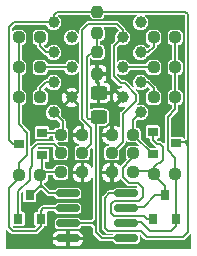
<source format=gbr>
%TF.GenerationSoftware,KiCad,Pcbnew,(6.0.0)*%
%TF.CreationDate,2022-01-02T16:00:33+01:00*%
%TF.ProjectId,S-Mix-Replacement,532d4d69-782d-4526-9570-6c6163656d65,rev?*%
%TF.SameCoordinates,Original*%
%TF.FileFunction,Copper,L1,Top*%
%TF.FilePolarity,Positive*%
%FSLAX46Y46*%
G04 Gerber Fmt 4.6, Leading zero omitted, Abs format (unit mm)*
G04 Created by KiCad (PCBNEW (6.0.0)) date 2022-01-02 16:00:33*
%MOMM*%
%LPD*%
G01*
G04 APERTURE LIST*
G04 Aperture macros list*
%AMRoundRect*
0 Rectangle with rounded corners*
0 $1 Rounding radius*
0 $2 $3 $4 $5 $6 $7 $8 $9 X,Y pos of 4 corners*
0 Add a 4 corners polygon primitive as box body*
4,1,4,$2,$3,$4,$5,$6,$7,$8,$9,$2,$3,0*
0 Add four circle primitives for the rounded corners*
1,1,$1+$1,$2,$3*
1,1,$1+$1,$4,$5*
1,1,$1+$1,$6,$7*
1,1,$1+$1,$8,$9*
0 Add four rect primitives between the rounded corners*
20,1,$1+$1,$2,$3,$4,$5,0*
20,1,$1+$1,$4,$5,$6,$7,0*
20,1,$1+$1,$6,$7,$8,$9,0*
20,1,$1+$1,$8,$9,$2,$3,0*%
G04 Aperture macros list end*
%TA.AperFunction,SMDPad,CuDef*%
%ADD10RoundRect,0.249999X0.450001X-0.325001X0.450001X0.325001X-0.450001X0.325001X-0.450001X-0.325001X0*%
%TD*%
%TA.AperFunction,SMDPad,CuDef*%
%ADD11RoundRect,0.150000X-0.825000X-0.150000X0.825000X-0.150000X0.825000X0.150000X-0.825000X0.150000X0*%
%TD*%
%TA.AperFunction,SMDPad,CuDef*%
%ADD12RoundRect,0.237500X-0.250000X-0.237500X0.250000X-0.237500X0.250000X0.237500X-0.250000X0.237500X0*%
%TD*%
%TA.AperFunction,SMDPad,CuDef*%
%ADD13RoundRect,0.237500X0.250000X0.237500X-0.250000X0.237500X-0.250000X-0.237500X0.250000X-0.237500X0*%
%TD*%
%TA.AperFunction,SMDPad,CuDef*%
%ADD14R,0.800000X0.900000*%
%TD*%
%TA.AperFunction,SMDPad,CuDef*%
%ADD15RoundRect,0.237500X0.237500X-0.250000X0.237500X0.250000X-0.237500X0.250000X-0.237500X-0.250000X0*%
%TD*%
%TA.AperFunction,ComponentPad*%
%ADD16C,1.000000*%
%TD*%
%TA.AperFunction,SMDPad,CuDef*%
%ADD17R,0.900000X0.800000*%
%TD*%
%TA.AperFunction,SMDPad,CuDef*%
%ADD18RoundRect,0.237500X-0.237500X0.250000X-0.237500X-0.250000X0.237500X-0.250000X0.237500X0.250000X0*%
%TD*%
%TA.AperFunction,Conductor*%
%ADD19C,0.203200*%
%TD*%
G04 APERTURE END LIST*
D10*
%TO.P,C1,1*%
%TO.N,/VREF*%
X147320000Y-102625000D03*
%TO.P,C1,2*%
%TO.N,GND*%
X147320000Y-100575000D03*
%TD*%
D11*
%TO.P,IC1,1*%
%TO.N,Net-(IC1-Pad1)*%
X144718000Y-109093000D03*
%TO.P,IC1,2*%
%TO.N,Net-(IC1-Pad2)*%
X144718000Y-110363000D03*
%TO.P,IC1,3*%
%TO.N,/VREF*%
X144718000Y-111633000D03*
%TO.P,IC1,4*%
%TO.N,GND*%
X144718000Y-112903000D03*
%TO.P,IC1,5*%
%TO.N,/VREF*%
X149668000Y-112903000D03*
%TO.P,IC1,6*%
%TO.N,Net-(IC1-Pad6)*%
X149668000Y-111633000D03*
%TO.P,IC1,7*%
%TO.N,Net-(IC1-Pad7)*%
X149668000Y-110363000D03*
%TO.P,IC1,8*%
%TO.N,+12V*%
X149668000Y-109093000D03*
%TD*%
D12*
%TO.P,R6,1*%
%TO.N,/C_AUDIO_L*%
X151972000Y-100965000D03*
%TO.P,R6,2*%
%TO.N,Net-(IC1-Pad6)*%
X153797000Y-100965000D03*
%TD*%
D13*
%TO.P,R13,1*%
%TO.N,GND*%
X145946500Y-107315000D03*
%TO.P,R13,2*%
%TO.N,Net-(IC1-Pad1)*%
X144121500Y-107315000D03*
%TD*%
%TO.P,R4,1*%
%TO.N,/E_AUDIO_R*%
X142367000Y-98425000D03*
%TO.P,R4,2*%
%TO.N,Net-(IC1-Pad2)*%
X140542000Y-98425000D03*
%TD*%
D14*
%TO.P,T1,1*%
%TO.N,Net-(R9-Pad1)*%
X140528000Y-111236000D03*
%TO.P,T1,2*%
%TO.N,Net-(IC1-Pad2)*%
X142428000Y-111236000D03*
%TO.P,T1,3*%
%TO.N,Net-(IC1-Pad1)*%
X141478000Y-109236000D03*
%TD*%
D12*
%TO.P,R16,1*%
%TO.N,GND*%
X148439500Y-104140000D03*
%TO.P,R16,2*%
%TO.N,/L_CHAN*%
X150264500Y-104140000D03*
%TD*%
D14*
%TO.P,T2,1*%
%TO.N,Net-(R10-Pad1)*%
X151958000Y-111236000D03*
%TO.P,T2,2*%
%TO.N,Net-(IC1-Pad6)*%
X153858000Y-111236000D03*
%TO.P,T2,3*%
%TO.N,Net-(IC1-Pad7)*%
X152908000Y-109236000D03*
%TD*%
D13*
%TO.P,R12,1*%
%TO.N,Net-(IC1-Pad6)*%
X153820500Y-107442000D03*
%TO.P,R12,2*%
%TO.N,Net-(IC1-Pad7)*%
X151995500Y-107442000D03*
%TD*%
D12*
%TO.P,R7,1*%
%TO.N,/E_AUDIO_L*%
X151972000Y-98425000D03*
%TO.P,R7,2*%
%TO.N,Net-(IC1-Pad6)*%
X153797000Y-98425000D03*
%TD*%
%TO.P,R8,1*%
%TO.N,/AUDIO_IN_L*%
X151972000Y-95885000D03*
%TO.P,R8,2*%
%TO.N,Net-(IC1-Pad6)*%
X153797000Y-95885000D03*
%TD*%
D15*
%TO.P,R1,1*%
%TO.N,/VREF*%
X147193000Y-95527500D03*
%TO.P,R1,2*%
%TO.N,+12V*%
X147193000Y-93702500D03*
%TD*%
D16*
%TO.P,J4,1*%
%TO.N,/C_AUDIO_R*%
X143510000Y-99695000D03*
%TD*%
%TO.P,J2,1*%
%TO.N,GND*%
X145034000Y-100965000D03*
%TD*%
%TO.P,J3,1*%
%TO.N,Net-(J3-Pad1)*%
X145034000Y-95885000D03*
%TD*%
%TO.P,J5,1*%
%TO.N,Net-(J5-Pad1)*%
X150876000Y-94615000D03*
%TD*%
%TO.P,J7,1*%
%TO.N,/E_AUDIO_R*%
X145034000Y-98425000D03*
%TD*%
%TO.P,J8,1*%
%TO.N,/AUDIO_IN_R*%
X143510000Y-97155000D03*
%TD*%
%TO.P,J9,1*%
%TO.N,/C_AUDIO_L*%
X150876000Y-99695000D03*
%TD*%
%TO.P,J10,1*%
%TO.N,/E_AUDIO_L*%
X149352000Y-98425000D03*
%TD*%
%TO.P,J11,1*%
%TO.N,/AUDIO_IN_L*%
X150876000Y-97155000D03*
%TD*%
%TO.P,J12,1*%
%TO.N,/MUTE*%
X149352000Y-95885000D03*
%TD*%
%TO.P,J15,1*%
%TO.N,GND*%
X149364700Y-100952300D03*
%TD*%
%TO.P,J14,1*%
%TO.N,/L_CHAN*%
X150876000Y-102235000D03*
%TD*%
%TO.P,J1,1*%
%TO.N,+12V*%
X143510000Y-94615000D03*
%TD*%
D13*
%TO.P,R3,1*%
%TO.N,/C_AUDIO_R*%
X142367000Y-100965000D03*
%TO.P,R3,2*%
%TO.N,Net-(IC1-Pad2)*%
X140542000Y-100965000D03*
%TD*%
%TO.P,R15,1*%
%TO.N,GND*%
X145946500Y-104140000D03*
%TO.P,R15,2*%
%TO.N,/R_CHAN*%
X144121500Y-104140000D03*
%TD*%
%TO.P,R10,1*%
%TO.N,Net-(R10-Pad1)*%
X150264500Y-105664000D03*
%TO.P,R10,2*%
%TO.N,/MUTE*%
X148439500Y-105664000D03*
%TD*%
D12*
%TO.P,R9,1*%
%TO.N,Net-(R9-Pad1)*%
X144098000Y-105664000D03*
%TO.P,R9,2*%
%TO.N,/MUTE*%
X145923000Y-105664000D03*
%TD*%
D13*
%TO.P,R5,1*%
%TO.N,/AUDIO_IN_R*%
X142367000Y-95885000D03*
%TO.P,R5,2*%
%TO.N,Net-(IC1-Pad2)*%
X140542000Y-95885000D03*
%TD*%
D17*
%TO.P,T3,1*%
%TO.N,Net-(IC1-Pad1)*%
X142544000Y-105852000D03*
%TO.P,T3,2*%
%TO.N,/R_CHAN*%
X142544000Y-103952000D03*
%TO.P,T3,3*%
%TO.N,+12V*%
X140544000Y-104902000D03*
%TD*%
D16*
%TO.P,J13,1*%
%TO.N,/R_CHAN*%
X143510000Y-102235000D03*
%TD*%
D12*
%TO.P,R14,1*%
%TO.N,GND*%
X148439500Y-107315000D03*
%TO.P,R14,2*%
%TO.N,Net-(IC1-Pad7)*%
X150264500Y-107315000D03*
%TD*%
D17*
%TO.P,T4,1*%
%TO.N,Net-(IC1-Pad7)*%
X151908000Y-103881498D03*
%TO.P,T4,2*%
%TO.N,/L_CHAN*%
X151908000Y-105781498D03*
%TO.P,T4,3*%
%TO.N,+12V*%
X153908000Y-104831498D03*
%TD*%
D18*
%TO.P,R2,1*%
%TO.N,/VREF*%
X147193000Y-97131500D03*
%TO.P,R2,2*%
%TO.N,GND*%
X147193000Y-98956500D03*
%TD*%
D12*
%TO.P,R11,1*%
%TO.N,Net-(IC1-Pad2)*%
X140565500Y-107554773D03*
%TO.P,R11,2*%
%TO.N,Net-(IC1-Pad1)*%
X142390500Y-107554773D03*
%TD*%
D19*
%TO.N,GND*%
X147978770Y-103454010D02*
X147497990Y-103454010D01*
X147421610Y-104140000D02*
X148439500Y-104140000D01*
X148864701Y-101452299D02*
X148864701Y-102568079D01*
X148717000Y-102715780D02*
X147978770Y-103454010D01*
X149364700Y-100952300D02*
X148864701Y-101452299D01*
X148717000Y-101600000D02*
X148717000Y-102715780D01*
X149364700Y-100952300D02*
X148717000Y-101600000D01*
X147421610Y-103530390D02*
X147421610Y-104140000D01*
X147497990Y-103454010D02*
X147421610Y-103530390D01*
%TO.N,+12V*%
X139748410Y-104599590D02*
X139748410Y-95298410D01*
X147828000Y-109474000D02*
X147828000Y-112014000D01*
X143787500Y-93702500D02*
X154662500Y-93702500D01*
X154662500Y-93702500D02*
X154891590Y-93931590D01*
X154629678Y-104775000D02*
X154891590Y-105036912D01*
X154891590Y-105615590D02*
X154891590Y-105869590D01*
X149668000Y-108966000D02*
X149541000Y-109093000D01*
X148082000Y-112268000D02*
X150876000Y-112268000D01*
X151384000Y-112776000D02*
X154432000Y-112776000D01*
X154891590Y-106093410D02*
X154891590Y-105869590D01*
X153964498Y-104775000D02*
X154813000Y-104775000D01*
X154675682Y-104775000D02*
X154891590Y-104559092D01*
X140050820Y-104902000D02*
X139748410Y-104599590D01*
X149541000Y-109093000D02*
X148209000Y-109093000D01*
X154599498Y-104775000D02*
X154675682Y-104775000D01*
X154891590Y-93931590D02*
X154891590Y-105615590D01*
X140544000Y-104902000D02*
X140050820Y-104902000D01*
X143510000Y-94615000D02*
X143510000Y-93980000D01*
X143510000Y-94615000D02*
X140129410Y-94615000D01*
X143510000Y-93980000D02*
X143787500Y-93702500D01*
X154853498Y-105831498D02*
X154891590Y-105869590D01*
X139748410Y-95298410D02*
X139748410Y-94996000D01*
X153908000Y-104831498D02*
X153964498Y-104775000D01*
X147828000Y-112014000D02*
X148082000Y-112268000D01*
X148209000Y-109093000D02*
X147828000Y-109474000D01*
X154891590Y-112316410D02*
X154891590Y-106093410D01*
X150876000Y-112268000D02*
X151384000Y-112776000D01*
X140129410Y-94615000D02*
X139748410Y-94996000D01*
X154432000Y-112776000D02*
X154891590Y-112316410D01*
%TO.N,Net-(IC1-Pad2)*%
X140542000Y-95885000D02*
X140542000Y-98425000D01*
X140542000Y-98425000D02*
X140542000Y-100965000D01*
X142428000Y-110556000D02*
X142621000Y-110363000D01*
X140542000Y-100965000D02*
X140542000Y-103204000D01*
X140605500Y-107806500D02*
X139748410Y-108663590D01*
X142428000Y-111826000D02*
X142428000Y-110556000D01*
X141271401Y-105870599D02*
X140605500Y-106536500D01*
X140542000Y-103204000D02*
X141271401Y-103933401D01*
X140050820Y-112268000D02*
X141986000Y-112268000D01*
X141986000Y-112268000D02*
X142428000Y-111826000D01*
X141271401Y-103933401D02*
X141271401Y-105870599D01*
X142621000Y-110363000D02*
X144718000Y-110363000D01*
X139748410Y-111965590D02*
X140050820Y-112268000D01*
X139748410Y-108663590D02*
X139748410Y-111965590D01*
X140605500Y-106536500D02*
X140605500Y-107806500D01*
%TO.N,/C_AUDIO_R*%
X143510000Y-99695000D02*
X142875000Y-99695000D01*
X142367000Y-100203000D02*
X142367000Y-100965000D01*
X142875000Y-99695000D02*
X142367000Y-100203000D01*
%TO.N,/E_AUDIO_R*%
X145034000Y-98425000D02*
X142367000Y-98425000D01*
%TO.N,/AUDIO_IN_R*%
X142875000Y-97155000D02*
X142367000Y-96647000D01*
X143510000Y-97155000D02*
X142875000Y-97155000D01*
X142367000Y-96647000D02*
X142367000Y-95885000D01*
%TO.N,Net-(IC1-Pad6)*%
X153162000Y-105410000D02*
X153162000Y-102616000D01*
X153858000Y-111826000D02*
X153858000Y-111236000D01*
X153820500Y-106068500D02*
X153162000Y-105410000D01*
X153416000Y-112268000D02*
X153858000Y-111826000D01*
X153797000Y-98425000D02*
X153797000Y-100965000D01*
X153858000Y-111236000D02*
X153858000Y-107479500D01*
X151638000Y-112268000D02*
X153416000Y-112268000D01*
X150876000Y-111506000D02*
X151638000Y-112268000D01*
X153797000Y-95885000D02*
X153797000Y-98425000D01*
X149668000Y-111506000D02*
X150876000Y-111506000D01*
X153162000Y-102616000D02*
X153797000Y-101981000D01*
X153797000Y-101981000D02*
X153797000Y-100965000D01*
X153820500Y-107442000D02*
X153820500Y-106068500D01*
X153858000Y-107479500D02*
X153820500Y-107442000D01*
%TO.N,/C_AUDIO_L*%
X151972000Y-100156000D02*
X151972000Y-100965000D01*
X151511000Y-99695000D02*
X151972000Y-100156000D01*
X150876000Y-99695000D02*
X151511000Y-99695000D01*
%TO.N,/E_AUDIO_L*%
X149352000Y-98425000D02*
X151972000Y-98425000D01*
%TO.N,/AUDIO_IN_L*%
X150876000Y-97155000D02*
X151511000Y-97155000D01*
X151511000Y-97155000D02*
X151972000Y-96694000D01*
X151972000Y-96694000D02*
X151972000Y-95885000D01*
%TO.N,/VREF*%
X147066000Y-103171000D02*
X147066000Y-111379000D01*
X146304000Y-97536000D02*
X146567000Y-97273000D01*
X146685000Y-111633000D02*
X146939000Y-111633000D01*
X147066000Y-111760000D02*
X147066000Y-111887000D01*
X146304000Y-102616000D02*
X146304000Y-97536000D01*
X147066000Y-111379000D02*
X147066000Y-111506000D01*
X147193000Y-103044000D02*
X147066000Y-103171000D01*
X147066000Y-111506000D02*
X147066000Y-111760000D01*
X146685000Y-111633000D02*
X146812000Y-111633000D01*
X146812000Y-111633000D02*
X147066000Y-111887000D01*
X146939000Y-111633000D02*
X147066000Y-111506000D01*
X144718000Y-111633000D02*
X146685000Y-111633000D01*
X147193000Y-102766500D02*
X146454500Y-102766500D01*
X146812000Y-111633000D02*
X147066000Y-111379000D01*
X146454500Y-102766500D02*
X146304000Y-102616000D01*
X146567000Y-97273000D02*
X147193000Y-97273000D01*
X149668000Y-112903000D02*
X149668000Y-112776000D01*
X147574000Y-112903000D02*
X149668000Y-112903000D01*
X146939000Y-111633000D02*
X147066000Y-111760000D01*
X147066000Y-111887000D02*
X147066000Y-112395000D01*
X147193000Y-95864225D02*
X147193000Y-97527000D01*
X147066000Y-112395000D02*
X147574000Y-112903000D01*
%TO.N,Net-(IC1-Pad1)*%
X142176500Y-108648500D02*
X142303500Y-108521500D01*
X142430500Y-107251500D02*
X144058000Y-107251500D01*
X142176500Y-108648500D02*
X142430500Y-108394500D01*
X142430500Y-108394500D02*
X142430500Y-107251500D01*
X142621000Y-108585000D02*
X142430500Y-108394500D01*
X141478000Y-108982000D02*
X141843000Y-108982000D01*
X142557500Y-108521500D02*
X142621000Y-108585000D01*
X142303500Y-108521500D02*
X142557500Y-108521500D01*
X143129000Y-109093000D02*
X142621000Y-108585000D01*
X141843000Y-108982000D02*
X142176500Y-108648500D01*
X142544000Y-107138000D02*
X142430500Y-107251500D01*
X144718000Y-109093000D02*
X143129000Y-109093000D01*
X142544000Y-105852000D02*
X142544000Y-107138000D01*
X144058000Y-107251500D02*
X144121500Y-107188000D01*
%TO.N,Net-(IC1-Pad7)*%
X152908000Y-108458000D02*
X151995500Y-107545500D01*
X152781000Y-106299000D02*
X152781000Y-105156000D01*
X152309500Y-106553000D02*
X152527000Y-106553000D01*
X151995500Y-107545500D02*
X151995500Y-107442000D01*
X149668000Y-110236000D02*
X151130000Y-110236000D01*
X152130000Y-109236000D02*
X152908000Y-109236000D01*
X152781000Y-105156000D02*
X152527000Y-104902000D01*
X151741500Y-107188000D02*
X151995500Y-107442000D01*
X151995500Y-107442000D02*
X151995500Y-106867000D01*
X152908000Y-109236000D02*
X152908000Y-108458000D01*
X151908000Y-104537000D02*
X151908000Y-103881498D01*
X151995500Y-106867000D02*
X152309500Y-106553000D01*
X152527000Y-104902000D02*
X152273000Y-104902000D01*
X152273000Y-104902000D02*
X151908000Y-104537000D01*
X152527000Y-106553000D02*
X152781000Y-106299000D01*
X151130000Y-110236000D02*
X152130000Y-109236000D01*
X150264500Y-107188000D02*
X151741500Y-107188000D01*
X151894500Y-107190500D02*
X151955500Y-107251500D01*
%TO.N,Net-(R9-Pad1)*%
X141678293Y-106788013D02*
X141478000Y-106988306D01*
X143510000Y-104902000D02*
X142144678Y-104902000D01*
X144098000Y-105490000D02*
X143510000Y-104902000D01*
X142144678Y-104902000D02*
X141678293Y-105368385D01*
X141678293Y-105368385D02*
X141678293Y-106788013D01*
X140528000Y-108900000D02*
X140528000Y-110982000D01*
X141478000Y-106988306D02*
X141478000Y-107950000D01*
X141478000Y-107950000D02*
X140528000Y-108900000D01*
%TO.N,Net-(R10-Pad1)*%
X149352000Y-107704051D02*
X149352000Y-106920981D01*
X149522990Y-106749991D02*
X149522990Y-106746908D01*
X148601466Y-110997994D02*
X148336000Y-110732528D01*
X149851949Y-108204000D02*
X149352000Y-107704051D01*
X149522990Y-106746908D02*
X149810908Y-106458990D01*
X150728487Y-109749663D02*
X151046222Y-109431928D01*
X150264500Y-106008481D02*
X150264500Y-105664000D01*
X149810908Y-106458990D02*
X149813991Y-106458990D01*
X149352000Y-106920981D02*
X149522990Y-106749991D01*
X148336000Y-110732528D02*
X148336000Y-110021642D01*
X151384000Y-111236000D02*
X151145994Y-110997994D01*
X151958000Y-111236000D02*
X151384000Y-111236000D01*
X150622000Y-108204000D02*
X149851949Y-108204000D01*
X151145994Y-110997994D02*
X148601466Y-110997994D01*
X151046222Y-109431928D02*
X151046222Y-108628222D01*
X148607979Y-109749663D02*
X150728487Y-109749663D01*
X151046222Y-108628222D02*
X150622000Y-108204000D01*
X149813991Y-106458990D02*
X150264500Y-106008481D01*
X148336000Y-110021642D02*
X148607979Y-109749663D01*
%TO.N,/MUTE*%
X145948390Y-95250010D02*
X145948390Y-102768390D01*
X149176404Y-99773404D02*
X149527596Y-99773404D01*
X150495000Y-101248892D02*
X149352000Y-102391892D01*
X146688010Y-104898990D02*
X145923000Y-105664000D01*
X149352000Y-102391892D02*
X149352000Y-104751500D01*
X148590000Y-96647000D02*
X148590000Y-99187000D01*
X148844000Y-94742000D02*
X146456400Y-94742000D01*
X149352000Y-95885000D02*
X149352000Y-95250000D01*
X148590000Y-99187000D02*
X149176404Y-99773404D01*
X149527596Y-99773404D02*
X150495000Y-100740809D01*
X146456400Y-94742000D02*
X145948390Y-95250010D01*
X149352000Y-95250000D02*
X148844000Y-94742000D01*
X150495000Y-100740809D02*
X150495000Y-101248892D01*
X149352000Y-95885000D02*
X148590000Y-96647000D01*
X145948390Y-102768390D02*
X146688010Y-103508010D01*
X146688010Y-103508010D02*
X146688010Y-104898990D01*
X149352000Y-104751500D02*
X148439500Y-105664000D01*
%TO.N,/R_CHAN*%
X144272000Y-102997000D02*
X144272000Y-104497500D01*
X143510000Y-102235000D02*
X144272000Y-102997000D01*
X143933500Y-103952000D02*
X144121500Y-104140000D01*
X142544000Y-103952000D02*
X143933500Y-103952000D01*
%TO.N,/L_CHAN*%
X150876000Y-102235000D02*
X150249543Y-102861457D01*
X151050000Y-102409000D02*
X150876000Y-102235000D01*
X150249543Y-102861457D02*
X150249543Y-104125043D01*
X150264500Y-104140000D02*
X151905998Y-105781498D01*
X150602912Y-103801588D02*
X150264500Y-104140000D01*
X150249543Y-104125043D02*
X150264500Y-104140000D01*
X151905998Y-105781498D02*
X151908000Y-105781498D01*
%TD*%
%TA.AperFunction,Conductor*%
%TO.N,GND*%
G36*
X146551760Y-93975306D02*
G01*
X146569296Y-94009722D01*
X146578809Y-94069780D01*
X146578810Y-94069784D01*
X146579580Y-94074644D01*
X146581814Y-94079028D01*
X146581814Y-94079029D01*
X146633291Y-94180058D01*
X146635723Y-94184832D01*
X146723168Y-94272277D01*
X146727549Y-94274509D01*
X146727550Y-94274510D01*
X146818210Y-94320703D01*
X146833356Y-94328420D01*
X146838213Y-94329189D01*
X146838215Y-94329190D01*
X146922351Y-94342516D01*
X146922356Y-94342516D01*
X146924778Y-94342900D01*
X147461222Y-94342900D01*
X147463644Y-94342516D01*
X147463649Y-94342516D01*
X147547785Y-94329190D01*
X147547787Y-94329189D01*
X147552644Y-94328420D01*
X147567790Y-94320703D01*
X147658450Y-94274510D01*
X147658451Y-94274509D01*
X147662832Y-94272277D01*
X147750277Y-94184832D01*
X147752710Y-94180058D01*
X147804186Y-94079029D01*
X147804186Y-94079028D01*
X147806420Y-94074644D01*
X147807190Y-94069784D01*
X147807191Y-94069780D01*
X147816704Y-94009722D01*
X147841698Y-93968936D01*
X147878434Y-93957000D01*
X150471761Y-93957000D01*
X150515955Y-93975306D01*
X150534261Y-94019500D01*
X150515955Y-94063694D01*
X150508351Y-94069985D01*
X150506321Y-94071033D01*
X150503483Y-94073508D01*
X150503481Y-94073510D01*
X150390075Y-94172440D01*
X150387237Y-94174916D01*
X150385071Y-94177998D01*
X150385070Y-94177999D01*
X150329449Y-94257140D01*
X150296371Y-94304206D01*
X150274423Y-94360500D01*
X150240445Y-94447650D01*
X150238968Y-94451438D01*
X150238476Y-94455175D01*
X150221500Y-94584120D01*
X150218341Y-94608113D01*
X150235682Y-94765185D01*
X150236976Y-94768722D01*
X150236977Y-94768725D01*
X150255611Y-94819645D01*
X150289989Y-94913587D01*
X150304315Y-94934906D01*
X150358006Y-95014806D01*
X150378128Y-95044751D01*
X150495010Y-95151105D01*
X150498319Y-95152902D01*
X150498321Y-95152903D01*
X150596687Y-95206312D01*
X150633886Y-95226509D01*
X150637533Y-95227466D01*
X150637536Y-95227467D01*
X150775645Y-95263699D01*
X150786741Y-95266610D01*
X150871123Y-95267935D01*
X150940979Y-95269033D01*
X150940981Y-95269033D01*
X150944748Y-95269092D01*
X151098786Y-95233813D01*
X151239963Y-95162808D01*
X151247059Y-95156748D01*
X151357262Y-95062625D01*
X151360127Y-95060178D01*
X151452343Y-94931847D01*
X151458426Y-94916716D01*
X151509881Y-94788718D01*
X151509882Y-94788714D01*
X151511285Y-94785224D01*
X151533551Y-94628774D01*
X151533695Y-94615000D01*
X151514710Y-94458118D01*
X151484696Y-94378686D01*
X151460184Y-94313818D01*
X151458852Y-94310293D01*
X151369344Y-94180058D01*
X151251355Y-94074934D01*
X151248026Y-94073171D01*
X151244932Y-94071021D01*
X151246292Y-94069064D01*
X151220491Y-94037888D01*
X151224985Y-93990264D01*
X151261837Y-93959766D01*
X151280225Y-93957000D01*
X154531194Y-93957000D01*
X154575388Y-93975306D01*
X154618784Y-94018702D01*
X154637090Y-94062896D01*
X154637090Y-104427786D01*
X154618784Y-104471980D01*
X154617593Y-104473171D01*
X154573399Y-104491477D01*
X154529205Y-104473171D01*
X154510899Y-104428977D01*
X154510899Y-104416442D01*
X154509948Y-104411658D01*
X154503229Y-104377878D01*
X154502028Y-104371840D01*
X154468234Y-104321264D01*
X154417658Y-104287470D01*
X154373057Y-104278598D01*
X154300076Y-104278598D01*
X153479000Y-104278599D01*
X153434806Y-104260293D01*
X153416500Y-104216099D01*
X153416500Y-102747306D01*
X153434806Y-102703112D01*
X153954880Y-102183037D01*
X153964350Y-102175265D01*
X153975366Y-102167904D01*
X153975367Y-102167903D01*
X153980484Y-102164484D01*
X154036734Y-102080301D01*
X154051500Y-102006067D01*
X154056486Y-101981000D01*
X154052701Y-101961971D01*
X154051500Y-101949778D01*
X154051500Y-101650434D01*
X154069806Y-101606240D01*
X154104222Y-101588704D01*
X154164280Y-101579191D01*
X154164284Y-101579190D01*
X154169144Y-101578420D01*
X154173529Y-101576186D01*
X154274950Y-101524510D01*
X154274951Y-101524509D01*
X154279332Y-101522277D01*
X154366777Y-101434832D01*
X154378868Y-101411103D01*
X154420686Y-101329029D01*
X154420686Y-101329028D01*
X154422920Y-101324644D01*
X154425657Y-101307365D01*
X154437016Y-101235649D01*
X154437016Y-101235644D01*
X154437400Y-101233222D01*
X154437400Y-100696778D01*
X154422920Y-100605356D01*
X154414901Y-100589617D01*
X154369010Y-100499550D01*
X154369009Y-100499549D01*
X154366777Y-100495168D01*
X154279332Y-100407723D01*
X154274951Y-100405491D01*
X154274950Y-100405490D01*
X154173529Y-100353814D01*
X154173528Y-100353814D01*
X154169144Y-100351580D01*
X154164284Y-100350810D01*
X154164280Y-100350809D01*
X154104222Y-100341296D01*
X154063436Y-100316302D01*
X154051500Y-100279566D01*
X154051500Y-99110434D01*
X154069806Y-99066240D01*
X154104222Y-99048704D01*
X154164280Y-99039191D01*
X154164284Y-99039190D01*
X154169144Y-99038420D01*
X154173529Y-99036186D01*
X154274950Y-98984510D01*
X154274951Y-98984509D01*
X154279332Y-98982277D01*
X154366777Y-98894832D01*
X154380898Y-98867119D01*
X154420686Y-98789029D01*
X154420686Y-98789028D01*
X154422920Y-98784644D01*
X154423690Y-98779785D01*
X154437016Y-98695649D01*
X154437016Y-98695644D01*
X154437400Y-98693222D01*
X154437400Y-98156778D01*
X154433174Y-98130092D01*
X154423690Y-98070215D01*
X154423689Y-98070213D01*
X154422920Y-98065356D01*
X154420686Y-98060971D01*
X154369010Y-97959550D01*
X154369009Y-97959549D01*
X154366777Y-97955168D01*
X154279332Y-97867723D01*
X154274951Y-97865491D01*
X154274950Y-97865490D01*
X154173529Y-97813814D01*
X154173528Y-97813814D01*
X154169144Y-97811580D01*
X154164284Y-97810810D01*
X154164280Y-97810809D01*
X154104222Y-97801296D01*
X154063436Y-97776302D01*
X154051500Y-97739566D01*
X154051500Y-96570434D01*
X154069806Y-96526240D01*
X154104222Y-96508704D01*
X154164280Y-96499191D01*
X154164284Y-96499190D01*
X154169144Y-96498420D01*
X154173529Y-96496186D01*
X154274950Y-96444510D01*
X154274951Y-96444509D01*
X154279332Y-96442277D01*
X154366777Y-96354832D01*
X154380898Y-96327119D01*
X154420686Y-96249029D01*
X154420686Y-96249028D01*
X154422920Y-96244644D01*
X154425413Y-96228907D01*
X154437016Y-96155649D01*
X154437016Y-96155644D01*
X154437400Y-96153222D01*
X154437400Y-95616778D01*
X154431622Y-95580293D01*
X154423690Y-95530215D01*
X154423689Y-95530213D01*
X154422920Y-95525356D01*
X154420686Y-95520971D01*
X154369010Y-95419550D01*
X154369009Y-95419549D01*
X154366777Y-95415168D01*
X154279332Y-95327723D01*
X154274951Y-95325491D01*
X154274950Y-95325490D01*
X154173529Y-95273814D01*
X154173528Y-95273814D01*
X154169144Y-95271580D01*
X154164287Y-95270811D01*
X154164285Y-95270810D01*
X154080149Y-95257484D01*
X154080144Y-95257484D01*
X154077722Y-95257100D01*
X153516278Y-95257100D01*
X153513856Y-95257484D01*
X153513851Y-95257484D01*
X153429715Y-95270810D01*
X153429713Y-95270811D01*
X153424856Y-95271580D01*
X153420472Y-95273814D01*
X153420471Y-95273814D01*
X153319050Y-95325490D01*
X153319049Y-95325491D01*
X153314668Y-95327723D01*
X153227223Y-95415168D01*
X153224991Y-95419549D01*
X153224990Y-95419550D01*
X153173314Y-95520971D01*
X153171080Y-95525356D01*
X153170311Y-95530213D01*
X153170310Y-95530215D01*
X153162379Y-95580293D01*
X153156600Y-95616778D01*
X153156600Y-96153222D01*
X153156984Y-96155644D01*
X153156984Y-96155649D01*
X153168587Y-96228907D01*
X153171080Y-96244644D01*
X153173314Y-96249028D01*
X153173314Y-96249029D01*
X153213103Y-96327119D01*
X153227223Y-96354832D01*
X153314668Y-96442277D01*
X153319049Y-96444509D01*
X153319050Y-96444510D01*
X153420471Y-96496186D01*
X153424856Y-96498420D01*
X153429716Y-96499190D01*
X153429720Y-96499191D01*
X153489778Y-96508704D01*
X153530564Y-96533698D01*
X153542500Y-96570434D01*
X153542500Y-97739566D01*
X153524194Y-97783760D01*
X153489778Y-97801296D01*
X153429720Y-97810809D01*
X153429716Y-97810810D01*
X153424856Y-97811580D01*
X153420472Y-97813814D01*
X153420471Y-97813814D01*
X153319050Y-97865490D01*
X153319049Y-97865491D01*
X153314668Y-97867723D01*
X153227223Y-97955168D01*
X153224991Y-97959549D01*
X153224990Y-97959550D01*
X153173314Y-98060971D01*
X153171080Y-98065356D01*
X153170311Y-98070213D01*
X153170310Y-98070215D01*
X153160827Y-98130092D01*
X153156600Y-98156778D01*
X153156600Y-98693222D01*
X153156984Y-98695644D01*
X153156984Y-98695649D01*
X153170310Y-98779785D01*
X153171080Y-98784644D01*
X153173314Y-98789028D01*
X153173314Y-98789029D01*
X153213103Y-98867119D01*
X153227223Y-98894832D01*
X153314668Y-98982277D01*
X153319049Y-98984509D01*
X153319050Y-98984510D01*
X153420471Y-99036186D01*
X153424856Y-99038420D01*
X153429716Y-99039190D01*
X153429720Y-99039191D01*
X153489778Y-99048704D01*
X153530564Y-99073698D01*
X153542500Y-99110434D01*
X153542500Y-100279566D01*
X153524194Y-100323760D01*
X153489778Y-100341296D01*
X153429720Y-100350809D01*
X153429716Y-100350810D01*
X153424856Y-100351580D01*
X153420472Y-100353814D01*
X153420471Y-100353814D01*
X153319050Y-100405490D01*
X153319049Y-100405491D01*
X153314668Y-100407723D01*
X153227223Y-100495168D01*
X153224991Y-100499549D01*
X153224990Y-100499550D01*
X153179099Y-100589617D01*
X153171080Y-100605356D01*
X153156600Y-100696778D01*
X153156600Y-101233222D01*
X153156984Y-101235644D01*
X153156984Y-101235649D01*
X153168343Y-101307365D01*
X153171080Y-101324644D01*
X153173314Y-101329028D01*
X153173314Y-101329029D01*
X153215133Y-101411103D01*
X153227223Y-101434832D01*
X153314668Y-101522277D01*
X153319049Y-101524509D01*
X153319050Y-101524510D01*
X153420471Y-101576186D01*
X153424856Y-101578420D01*
X153429716Y-101579190D01*
X153429720Y-101579191D01*
X153489778Y-101588704D01*
X153530564Y-101613698D01*
X153542500Y-101650434D01*
X153542500Y-101849695D01*
X153524194Y-101893889D01*
X153004117Y-102413965D01*
X152994647Y-102421737D01*
X152983634Y-102429096D01*
X152978516Y-102432516D01*
X152964319Y-102453763D01*
X152964316Y-102453766D01*
X152950129Y-102474998D01*
X152925688Y-102511577D01*
X152925687Y-102511579D01*
X152925406Y-102512000D01*
X152922266Y-102516699D01*
X152921065Y-102522738D01*
X152921064Y-102522740D01*
X152910595Y-102575375D01*
X152910595Y-102575376D01*
X152902514Y-102616000D01*
X152903715Y-102622038D01*
X152906299Y-102635029D01*
X152907500Y-102647222D01*
X152907500Y-104771694D01*
X152889194Y-104815888D01*
X152845000Y-104834194D01*
X152800806Y-104815888D01*
X152729035Y-104744117D01*
X152721263Y-104734647D01*
X152713904Y-104723634D01*
X152713903Y-104723633D01*
X152710484Y-104718516D01*
X152701119Y-104712258D01*
X152689239Y-104704320D01*
X152689236Y-104704318D01*
X152689234Y-104704316D01*
X152626301Y-104662266D01*
X152606830Y-104658393D01*
X152552067Y-104647500D01*
X152527000Y-104642514D01*
X152520962Y-104643715D01*
X152507971Y-104646299D01*
X152495778Y-104647500D01*
X152404306Y-104647500D01*
X152360112Y-104629194D01*
X152272009Y-104541091D01*
X152253703Y-104496897D01*
X152272009Y-104452703D01*
X152316203Y-104434397D01*
X152373056Y-104434397D01*
X152376065Y-104433798D01*
X152376070Y-104433798D01*
X152411620Y-104426727D01*
X152417658Y-104425526D01*
X152468234Y-104391732D01*
X152502028Y-104341156D01*
X152510900Y-104296555D01*
X152510899Y-103466442D01*
X152509009Y-103456935D01*
X152503229Y-103427878D01*
X152503228Y-103427875D01*
X152502028Y-103421840D01*
X152468234Y-103371264D01*
X152417658Y-103337470D01*
X152373057Y-103328598D01*
X151908076Y-103328598D01*
X151442944Y-103328599D01*
X151439935Y-103329198D01*
X151439930Y-103329198D01*
X151404380Y-103336269D01*
X151398342Y-103337470D01*
X151347766Y-103371264D01*
X151313972Y-103421840D01*
X151305100Y-103466441D01*
X151305101Y-104296554D01*
X151305700Y-104299563D01*
X151305700Y-104299568D01*
X151311033Y-104326381D01*
X151313972Y-104341156D01*
X151347766Y-104391732D01*
X151398342Y-104425526D01*
X151442943Y-104434398D01*
X151591000Y-104434398D01*
X151635194Y-104452704D01*
X151653500Y-104496898D01*
X151653500Y-104505778D01*
X151652299Y-104517971D01*
X151648514Y-104537000D01*
X151668266Y-104636301D01*
X151710316Y-104699234D01*
X151710319Y-104699237D01*
X151724516Y-104720484D01*
X151729633Y-104723903D01*
X151729634Y-104723904D01*
X151740647Y-104731263D01*
X151750117Y-104739035D01*
X152070965Y-105059883D01*
X152078737Y-105069353D01*
X152086096Y-105080366D01*
X152089516Y-105085484D01*
X152094633Y-105088903D01*
X152110761Y-105099680D01*
X152110764Y-105099682D01*
X152110766Y-105099684D01*
X152126506Y-105110201D01*
X152132388Y-105114131D01*
X152158964Y-105153904D01*
X152149632Y-105200821D01*
X152109859Y-105227397D01*
X152097665Y-105228598D01*
X151769731Y-105228599D01*
X151738904Y-105228599D01*
X151694710Y-105210293D01*
X150923206Y-104438788D01*
X150904900Y-104394594D01*
X150904900Y-103871778D01*
X150903403Y-103862322D01*
X150891190Y-103785215D01*
X150891189Y-103785213D01*
X150890420Y-103780356D01*
X150848203Y-103697500D01*
X150836510Y-103674550D01*
X150836509Y-103674549D01*
X150834277Y-103670168D01*
X150799172Y-103635063D01*
X150791399Y-103625592D01*
X150786396Y-103618104D01*
X150778905Y-103613098D01*
X150769437Y-103605328D01*
X150746832Y-103582723D01*
X150742451Y-103580491D01*
X150742450Y-103580490D01*
X150641029Y-103528814D01*
X150641028Y-103528814D01*
X150636644Y-103526580D01*
X150631784Y-103525810D01*
X150631780Y-103525809D01*
X150556765Y-103513927D01*
X150515979Y-103488933D01*
X150504043Y-103452197D01*
X150504043Y-102992763D01*
X150522349Y-102948569D01*
X150601017Y-102869901D01*
X150645211Y-102851595D01*
X150661071Y-102853641D01*
X150734139Y-102872810D01*
X150786741Y-102886610D01*
X150871123Y-102887935D01*
X150940979Y-102889033D01*
X150940981Y-102889033D01*
X150944748Y-102889092D01*
X151098786Y-102853813D01*
X151239963Y-102782808D01*
X151253666Y-102771105D01*
X151357262Y-102682625D01*
X151360127Y-102680178D01*
X151452343Y-102551847D01*
X151458426Y-102536716D01*
X151509881Y-102408718D01*
X151509882Y-102408714D01*
X151511285Y-102405224D01*
X151533551Y-102248774D01*
X151533695Y-102235000D01*
X151514710Y-102078118D01*
X151507951Y-102060229D01*
X151460184Y-101933818D01*
X151458852Y-101930293D01*
X151369344Y-101800058D01*
X151251355Y-101694934D01*
X151111697Y-101620989D01*
X150958431Y-101582491D01*
X150954666Y-101582471D01*
X150954664Y-101582471D01*
X150876562Y-101582063D01*
X150800406Y-101581664D01*
X150796742Y-101582544D01*
X150796739Y-101582544D01*
X150743407Y-101595348D01*
X150649720Y-101617840D01*
X150602475Y-101610357D01*
X150574358Y-101571657D01*
X150581841Y-101524411D01*
X150590937Y-101512873D01*
X150652883Y-101450927D01*
X150662353Y-101443155D01*
X150673366Y-101435796D01*
X150673367Y-101435795D01*
X150678484Y-101432376D01*
X150686540Y-101420320D01*
X150692680Y-101411131D01*
X150692682Y-101411128D01*
X150692684Y-101411126D01*
X150734734Y-101348193D01*
X150739418Y-101324644D01*
X150749500Y-101273959D01*
X150749500Y-101273955D01*
X150754485Y-101248892D01*
X150750701Y-101229867D01*
X150749500Y-101217675D01*
X150749500Y-100772031D01*
X150750701Y-100759838D01*
X150753285Y-100746847D01*
X150754486Y-100740809D01*
X150747466Y-100705514D01*
X150734734Y-100641508D01*
X150678484Y-100557325D01*
X150673366Y-100553905D01*
X150662350Y-100546544D01*
X150652880Y-100538772D01*
X150472062Y-100357953D01*
X150453756Y-100313759D01*
X150472062Y-100269565D01*
X150516256Y-100251259D01*
X150546078Y-100258833D01*
X150633886Y-100306509D01*
X150637533Y-100307466D01*
X150637536Y-100307467D01*
X150741160Y-100334652D01*
X150786741Y-100346610D01*
X150871123Y-100347935D01*
X150940979Y-100349033D01*
X150940981Y-100349033D01*
X150944748Y-100349092D01*
X151098786Y-100313813D01*
X151239963Y-100242808D01*
X151247203Y-100236625D01*
X151357262Y-100142625D01*
X151360127Y-100140178D01*
X151379744Y-100112878D01*
X151415931Y-100062520D01*
X151456586Y-100037313D01*
X151503158Y-100048237D01*
X151510880Y-100054798D01*
X151692513Y-100236431D01*
X151710819Y-100280625D01*
X151692513Y-100324819D01*
X151658097Y-100342355D01*
X151631235Y-100346610D01*
X151604715Y-100350810D01*
X151604713Y-100350811D01*
X151599856Y-100351580D01*
X151595472Y-100353814D01*
X151595471Y-100353814D01*
X151494050Y-100405490D01*
X151494049Y-100405491D01*
X151489668Y-100407723D01*
X151402223Y-100495168D01*
X151399991Y-100499549D01*
X151399990Y-100499550D01*
X151354099Y-100589617D01*
X151346080Y-100605356D01*
X151331600Y-100696778D01*
X151331600Y-101233222D01*
X151331984Y-101235644D01*
X151331984Y-101235649D01*
X151343343Y-101307365D01*
X151346080Y-101324644D01*
X151348314Y-101329028D01*
X151348314Y-101329029D01*
X151390133Y-101411103D01*
X151402223Y-101434832D01*
X151489668Y-101522277D01*
X151494049Y-101524509D01*
X151494050Y-101524510D01*
X151595471Y-101576186D01*
X151599856Y-101578420D01*
X151604713Y-101579189D01*
X151604715Y-101579190D01*
X151688851Y-101592516D01*
X151688856Y-101592516D01*
X151691278Y-101592900D01*
X152252722Y-101592900D01*
X152255144Y-101592516D01*
X152255149Y-101592516D01*
X152339285Y-101579190D01*
X152339287Y-101579189D01*
X152344144Y-101578420D01*
X152348529Y-101576186D01*
X152449950Y-101524510D01*
X152449951Y-101524509D01*
X152454332Y-101522277D01*
X152541777Y-101434832D01*
X152553868Y-101411103D01*
X152595686Y-101329029D01*
X152595686Y-101329028D01*
X152597920Y-101324644D01*
X152600657Y-101307365D01*
X152612016Y-101235649D01*
X152612016Y-101235644D01*
X152612400Y-101233222D01*
X152612400Y-100696778D01*
X152597920Y-100605356D01*
X152589901Y-100589617D01*
X152544010Y-100499550D01*
X152544009Y-100499549D01*
X152541777Y-100495168D01*
X152454332Y-100407723D01*
X152449951Y-100405491D01*
X152449950Y-100405490D01*
X152348529Y-100353814D01*
X152348528Y-100353814D01*
X152344144Y-100351580D01*
X152339284Y-100350810D01*
X152339280Y-100350809D01*
X152279222Y-100341296D01*
X152238436Y-100316302D01*
X152226500Y-100279566D01*
X152226500Y-100187217D01*
X152227701Y-100175025D01*
X152230284Y-100162038D01*
X152231485Y-100156000D01*
X152226500Y-100130937D01*
X152226500Y-100130933D01*
X152211734Y-100056699D01*
X152204726Y-100046210D01*
X152158903Y-99977633D01*
X152155484Y-99972516D01*
X152150366Y-99969096D01*
X152139350Y-99961735D01*
X152129880Y-99953963D01*
X151713035Y-99537117D01*
X151705263Y-99527647D01*
X151697904Y-99516634D01*
X151697903Y-99516633D01*
X151694484Y-99511516D01*
X151685119Y-99505258D01*
X151673239Y-99497320D01*
X151673236Y-99497318D01*
X151673234Y-99497316D01*
X151610301Y-99455266D01*
X151511000Y-99435514D01*
X151511433Y-99433336D01*
X151475396Y-99418409D01*
X151461125Y-99396308D01*
X151460183Y-99393816D01*
X151458852Y-99390293D01*
X151369344Y-99260058D01*
X151251355Y-99154934D01*
X151111697Y-99080989D01*
X150958431Y-99042491D01*
X150954666Y-99042471D01*
X150954664Y-99042471D01*
X150876562Y-99042063D01*
X150800406Y-99041664D01*
X150796742Y-99042544D01*
X150796739Y-99042544D01*
X150743407Y-99055348D01*
X150646746Y-99078554D01*
X150643404Y-99080279D01*
X150643401Y-99080280D01*
X150638614Y-99082751D01*
X150506321Y-99151033D01*
X150472013Y-99180962D01*
X150392358Y-99250449D01*
X150387237Y-99254916D01*
X150385071Y-99257998D01*
X150385070Y-99257999D01*
X150365179Y-99286301D01*
X150296371Y-99384206D01*
X150267332Y-99458687D01*
X150240445Y-99527650D01*
X150238968Y-99531438D01*
X150238476Y-99535175D01*
X150220159Y-99674306D01*
X150218341Y-99688113D01*
X150235682Y-99845185D01*
X150236976Y-99848722D01*
X150236977Y-99848725D01*
X150268783Y-99935638D01*
X150289989Y-99993587D01*
X150300829Y-100009718D01*
X150304677Y-100015445D01*
X150314132Y-100062337D01*
X150287660Y-100102180D01*
X150240768Y-100111635D01*
X150208607Y-100094498D01*
X149729631Y-99615521D01*
X149721859Y-99606051D01*
X149714500Y-99595038D01*
X149714499Y-99595037D01*
X149711080Y-99589920D01*
X149701715Y-99583662D01*
X149689835Y-99575724D01*
X149689832Y-99575722D01*
X149689830Y-99575720D01*
X149626897Y-99533670D01*
X149527596Y-99513918D01*
X149521558Y-99515119D01*
X149508567Y-99517703D01*
X149496374Y-99518904D01*
X149307709Y-99518904D01*
X149263515Y-99500598D01*
X148862806Y-99099888D01*
X148844500Y-99055694D01*
X148844500Y-98987362D01*
X148862806Y-98943168D01*
X148907000Y-98924862D01*
X148949063Y-98941135D01*
X148971010Y-98961105D01*
X148974319Y-98962902D01*
X148974321Y-98962903D01*
X149014116Y-98984510D01*
X149109886Y-99036509D01*
X149113533Y-99037466D01*
X149113536Y-99037467D01*
X149223213Y-99066240D01*
X149262741Y-99076610D01*
X149347123Y-99077935D01*
X149416979Y-99079033D01*
X149416981Y-99079033D01*
X149420748Y-99079092D01*
X149574786Y-99043813D01*
X149715963Y-98972808D01*
X149729666Y-98961105D01*
X149833262Y-98872625D01*
X149836127Y-98870178D01*
X149928343Y-98741847D01*
X149937653Y-98718688D01*
X149971120Y-98684512D01*
X149995642Y-98679500D01*
X151276046Y-98679500D01*
X151320240Y-98697806D01*
X151337776Y-98732222D01*
X151345309Y-98779780D01*
X151345310Y-98779784D01*
X151346080Y-98784644D01*
X151348314Y-98789028D01*
X151348314Y-98789029D01*
X151388103Y-98867119D01*
X151402223Y-98894832D01*
X151489668Y-98982277D01*
X151494049Y-98984509D01*
X151494050Y-98984510D01*
X151595471Y-99036186D01*
X151599856Y-99038420D01*
X151604713Y-99039189D01*
X151604715Y-99039190D01*
X151688851Y-99052516D01*
X151688856Y-99052516D01*
X151691278Y-99052900D01*
X152252722Y-99052900D01*
X152255144Y-99052516D01*
X152255149Y-99052516D01*
X152339285Y-99039190D01*
X152339287Y-99039189D01*
X152344144Y-99038420D01*
X152348529Y-99036186D01*
X152449950Y-98984510D01*
X152449951Y-98984509D01*
X152454332Y-98982277D01*
X152541777Y-98894832D01*
X152555898Y-98867119D01*
X152595686Y-98789029D01*
X152595686Y-98789028D01*
X152597920Y-98784644D01*
X152598690Y-98779785D01*
X152612016Y-98695649D01*
X152612016Y-98695644D01*
X152612400Y-98693222D01*
X152612400Y-98156778D01*
X152608174Y-98130092D01*
X152598690Y-98070215D01*
X152598689Y-98070213D01*
X152597920Y-98065356D01*
X152595686Y-98060971D01*
X152544010Y-97959550D01*
X152544009Y-97959549D01*
X152541777Y-97955168D01*
X152454332Y-97867723D01*
X152449951Y-97865491D01*
X152449950Y-97865490D01*
X152348529Y-97813814D01*
X152348528Y-97813814D01*
X152344144Y-97811580D01*
X152339287Y-97810811D01*
X152339285Y-97810810D01*
X152255149Y-97797484D01*
X152255144Y-97797484D01*
X152252722Y-97797100D01*
X151691278Y-97797100D01*
X151688856Y-97797484D01*
X151688851Y-97797484D01*
X151604715Y-97810810D01*
X151604713Y-97810811D01*
X151599856Y-97811580D01*
X151595472Y-97813814D01*
X151595471Y-97813814D01*
X151494050Y-97865490D01*
X151494049Y-97865491D01*
X151489668Y-97867723D01*
X151402223Y-97955168D01*
X151399991Y-97959549D01*
X151399990Y-97959550D01*
X151348314Y-98060971D01*
X151346080Y-98065356D01*
X151345310Y-98070216D01*
X151345309Y-98070220D01*
X151337776Y-98117778D01*
X151312782Y-98158564D01*
X151276046Y-98170500D01*
X149997020Y-98170500D01*
X149952826Y-98152194D01*
X149938555Y-98130092D01*
X149936184Y-98123818D01*
X149934852Y-98120293D01*
X149845344Y-97990058D01*
X149727355Y-97884934D01*
X149587697Y-97810989D01*
X149434431Y-97772491D01*
X149430666Y-97772471D01*
X149430664Y-97772471D01*
X149352562Y-97772063D01*
X149276406Y-97771664D01*
X149272742Y-97772544D01*
X149272739Y-97772544D01*
X149214667Y-97786486D01*
X149122746Y-97808554D01*
X149119404Y-97810279D01*
X149119401Y-97810280D01*
X149094707Y-97823026D01*
X148982321Y-97881033D01*
X148979483Y-97883508D01*
X148979484Y-97883508D01*
X148948086Y-97910898D01*
X148902749Y-97926155D01*
X148859902Y-97904886D01*
X148844500Y-97863800D01*
X148844500Y-97148113D01*
X150218341Y-97148113D01*
X150235682Y-97305185D01*
X150236976Y-97308722D01*
X150236977Y-97308725D01*
X150273855Y-97409499D01*
X150289989Y-97453587D01*
X150378128Y-97584751D01*
X150495010Y-97691105D01*
X150498319Y-97692902D01*
X150498321Y-97692903D01*
X150584263Y-97739566D01*
X150633886Y-97766509D01*
X150637533Y-97767466D01*
X150637536Y-97767467D01*
X150766485Y-97801296D01*
X150786741Y-97806610D01*
X150871123Y-97807935D01*
X150940979Y-97809033D01*
X150940981Y-97809033D01*
X150944748Y-97809092D01*
X151098786Y-97773813D01*
X151239963Y-97702808D01*
X151253666Y-97691105D01*
X151357262Y-97602625D01*
X151360127Y-97600178D01*
X151452343Y-97471847D01*
X151460131Y-97452473D01*
X151493600Y-97418296D01*
X151511049Y-97414730D01*
X151511000Y-97414486D01*
X151610301Y-97394734D01*
X151673234Y-97352684D01*
X151673236Y-97352682D01*
X151673239Y-97352680D01*
X151689367Y-97341903D01*
X151694484Y-97338484D01*
X151701010Y-97328718D01*
X151705263Y-97322353D01*
X151713035Y-97312883D01*
X152129880Y-96896037D01*
X152139350Y-96888265D01*
X152150366Y-96880904D01*
X152150367Y-96880903D01*
X152155484Y-96877484D01*
X152174716Y-96848701D01*
X152208314Y-96798420D01*
X152208315Y-96798418D01*
X152211734Y-96793301D01*
X152226500Y-96719067D01*
X152226500Y-96719063D01*
X152231485Y-96694000D01*
X152227701Y-96674975D01*
X152226500Y-96662783D01*
X152226500Y-96570434D01*
X152244806Y-96526240D01*
X152279222Y-96508704D01*
X152339280Y-96499191D01*
X152339284Y-96499190D01*
X152344144Y-96498420D01*
X152348529Y-96496186D01*
X152449950Y-96444510D01*
X152449951Y-96444509D01*
X152454332Y-96442277D01*
X152541777Y-96354832D01*
X152555898Y-96327119D01*
X152595686Y-96249029D01*
X152595686Y-96249028D01*
X152597920Y-96244644D01*
X152600413Y-96228907D01*
X152612016Y-96155649D01*
X152612016Y-96155644D01*
X152612400Y-96153222D01*
X152612400Y-95616778D01*
X152606622Y-95580293D01*
X152598690Y-95530215D01*
X152598689Y-95530213D01*
X152597920Y-95525356D01*
X152595686Y-95520971D01*
X152544010Y-95419550D01*
X152544009Y-95419549D01*
X152541777Y-95415168D01*
X152454332Y-95327723D01*
X152449951Y-95325491D01*
X152449950Y-95325490D01*
X152348529Y-95273814D01*
X152348528Y-95273814D01*
X152344144Y-95271580D01*
X152339287Y-95270811D01*
X152339285Y-95270810D01*
X152255149Y-95257484D01*
X152255144Y-95257484D01*
X152252722Y-95257100D01*
X151691278Y-95257100D01*
X151688856Y-95257484D01*
X151688851Y-95257484D01*
X151604715Y-95270810D01*
X151604713Y-95270811D01*
X151599856Y-95271580D01*
X151595472Y-95273814D01*
X151595471Y-95273814D01*
X151494050Y-95325490D01*
X151494049Y-95325491D01*
X151489668Y-95327723D01*
X151402223Y-95415168D01*
X151399991Y-95419549D01*
X151399990Y-95419550D01*
X151348314Y-95520971D01*
X151346080Y-95525356D01*
X151345311Y-95530213D01*
X151345310Y-95530215D01*
X151337379Y-95580293D01*
X151331600Y-95616778D01*
X151331600Y-96153222D01*
X151331984Y-96155644D01*
X151331984Y-96155649D01*
X151343587Y-96228907D01*
X151346080Y-96244644D01*
X151348314Y-96249028D01*
X151348314Y-96249029D01*
X151388103Y-96327119D01*
X151402223Y-96354832D01*
X151489668Y-96442277D01*
X151494049Y-96444509D01*
X151494050Y-96444510D01*
X151595471Y-96496186D01*
X151599856Y-96498420D01*
X151604713Y-96499189D01*
X151604715Y-96499190D01*
X151630678Y-96503302D01*
X151658097Y-96507645D01*
X151698882Y-96532638D01*
X151710050Y-96579152D01*
X151692513Y-96613569D01*
X151510742Y-96795340D01*
X151466548Y-96813646D01*
X151422354Y-96795340D01*
X151415040Y-96786546D01*
X151371479Y-96723165D01*
X151369344Y-96720058D01*
X151251355Y-96614934D01*
X151111697Y-96540989D01*
X150958431Y-96502491D01*
X150954666Y-96502471D01*
X150954664Y-96502471D01*
X150876562Y-96502063D01*
X150800406Y-96501664D01*
X150796742Y-96502544D01*
X150796739Y-96502544D01*
X150743407Y-96515348D01*
X150646746Y-96538554D01*
X150643404Y-96540279D01*
X150643401Y-96540280D01*
X150584980Y-96570434D01*
X150506321Y-96611033D01*
X150472013Y-96640962D01*
X150411214Y-96694000D01*
X150387237Y-96714916D01*
X150385071Y-96717998D01*
X150385070Y-96717999D01*
X150365179Y-96746301D01*
X150296371Y-96844206D01*
X150238968Y-96991438D01*
X150238476Y-96995175D01*
X150226056Y-97089516D01*
X150218341Y-97148113D01*
X148844500Y-97148113D01*
X148844500Y-96778306D01*
X148862806Y-96734112D01*
X149077017Y-96519901D01*
X149121211Y-96501595D01*
X149137071Y-96503641D01*
X149194682Y-96518755D01*
X149262741Y-96536610D01*
X149347123Y-96537935D01*
X149416979Y-96539033D01*
X149416981Y-96539033D01*
X149420748Y-96539092D01*
X149574786Y-96503813D01*
X149715963Y-96432808D01*
X149729666Y-96421105D01*
X149833262Y-96332625D01*
X149836127Y-96330178D01*
X149928343Y-96201847D01*
X149934426Y-96186716D01*
X149985881Y-96058718D01*
X149985882Y-96058714D01*
X149987285Y-96055224D01*
X150009551Y-95898774D01*
X150009695Y-95885000D01*
X149990710Y-95728118D01*
X149948639Y-95616778D01*
X149936184Y-95583818D01*
X149934852Y-95580293D01*
X149845344Y-95450058D01*
X149727355Y-95344934D01*
X149719988Y-95341033D01*
X149643539Y-95300556D01*
X149613047Y-95263699D01*
X149611202Y-95251425D01*
X149611485Y-95250000D01*
X149606500Y-95224937D01*
X149606500Y-95224933D01*
X149591734Y-95150699D01*
X149571880Y-95120985D01*
X149538903Y-95071633D01*
X149535484Y-95066516D01*
X149521421Y-95057119D01*
X149519350Y-95055735D01*
X149509880Y-95047963D01*
X149046035Y-94584117D01*
X149038263Y-94574647D01*
X149030904Y-94563634D01*
X149030903Y-94563633D01*
X149027484Y-94558516D01*
X149018119Y-94552258D01*
X149006239Y-94544320D01*
X149006235Y-94544317D01*
X149006234Y-94544316D01*
X148943301Y-94502266D01*
X148844000Y-94482514D01*
X148837962Y-94483715D01*
X148824971Y-94486299D01*
X148812778Y-94487500D01*
X146487622Y-94487500D01*
X146475429Y-94486299D01*
X146462438Y-94483715D01*
X146456400Y-94482514D01*
X146357099Y-94502266D01*
X146351982Y-94505685D01*
X146351980Y-94505686D01*
X146351979Y-94505687D01*
X146294167Y-94544316D01*
X146294166Y-94544317D01*
X146272916Y-94558516D01*
X146269497Y-94563633D01*
X146269496Y-94563634D01*
X146262135Y-94574650D01*
X146254363Y-94584120D01*
X145790507Y-95047975D01*
X145781037Y-95055747D01*
X145780684Y-95055983D01*
X145764906Y-95066526D01*
X145761487Y-95071643D01*
X145750976Y-95087374D01*
X145750709Y-95087773D01*
X145750706Y-95087776D01*
X145750691Y-95087799D01*
X145728517Y-95120985D01*
X145712084Y-95145579D01*
X145708656Y-95150709D01*
X145694718Y-95220783D01*
X145688904Y-95250010D01*
X145690105Y-95256048D01*
X145692689Y-95269039D01*
X145693890Y-95281232D01*
X145693890Y-95491101D01*
X145675584Y-95535295D01*
X145631390Y-95553601D01*
X145587196Y-95535295D01*
X145579882Y-95526501D01*
X145529479Y-95453165D01*
X145527344Y-95450058D01*
X145409355Y-95344934D01*
X145277418Y-95275077D01*
X145273025Y-95272751D01*
X145273024Y-95272751D01*
X145269697Y-95270989D01*
X145116431Y-95232491D01*
X145112666Y-95232471D01*
X145112664Y-95232471D01*
X145034562Y-95232063D01*
X144958406Y-95231664D01*
X144954742Y-95232544D01*
X144954739Y-95232544D01*
X144885429Y-95249184D01*
X144804746Y-95268554D01*
X144801404Y-95270279D01*
X144801401Y-95270280D01*
X144742743Y-95300556D01*
X144664321Y-95341033D01*
X144545237Y-95444916D01*
X144543071Y-95447998D01*
X144543070Y-95447999D01*
X144512778Y-95491101D01*
X144454371Y-95574206D01*
X144396968Y-95721438D01*
X144376341Y-95878113D01*
X144393682Y-96035185D01*
X144394976Y-96038722D01*
X144394977Y-96038725D01*
X144416404Y-96097277D01*
X144447989Y-96183587D01*
X144536128Y-96314751D01*
X144653010Y-96421105D01*
X144656319Y-96422902D01*
X144656321Y-96422903D01*
X144711473Y-96452848D01*
X144791886Y-96496509D01*
X144795533Y-96497466D01*
X144795536Y-96497467D01*
X144933641Y-96533698D01*
X144944741Y-96536610D01*
X145029123Y-96537935D01*
X145098979Y-96539033D01*
X145098981Y-96539033D01*
X145102748Y-96539092D01*
X145256786Y-96503813D01*
X145397963Y-96432808D01*
X145411666Y-96421105D01*
X145515262Y-96332625D01*
X145518127Y-96330178D01*
X145554427Y-96279662D01*
X145580635Y-96243190D01*
X145621290Y-96217983D01*
X145667862Y-96228907D01*
X145693069Y-96269562D01*
X145693890Y-96279662D01*
X145693890Y-98031101D01*
X145675584Y-98075295D01*
X145631390Y-98093601D01*
X145587196Y-98075295D01*
X145579882Y-98066501D01*
X145529479Y-97993165D01*
X145527344Y-97990058D01*
X145409355Y-97884934D01*
X145269697Y-97810989D01*
X145116431Y-97772491D01*
X145112666Y-97772471D01*
X145112664Y-97772471D01*
X145034562Y-97772063D01*
X144958406Y-97771664D01*
X144954742Y-97772544D01*
X144954739Y-97772544D01*
X144896667Y-97786486D01*
X144804746Y-97808554D01*
X144801404Y-97810279D01*
X144801401Y-97810280D01*
X144776707Y-97823026D01*
X144664321Y-97881033D01*
X144545237Y-97984916D01*
X144543071Y-97987998D01*
X144543070Y-97987999D01*
X144526500Y-98011576D01*
X144454371Y-98114206D01*
X144453002Y-98117717D01*
X144453001Y-98117719D01*
X144447939Y-98130703D01*
X144414829Y-98165229D01*
X144389708Y-98170500D01*
X143062954Y-98170500D01*
X143018760Y-98152194D01*
X143001224Y-98117778D01*
X142993691Y-98070220D01*
X142993690Y-98070216D01*
X142992920Y-98065356D01*
X142990686Y-98060971D01*
X142939010Y-97959550D01*
X142939009Y-97959549D01*
X142936777Y-97955168D01*
X142849332Y-97867723D01*
X142844951Y-97865491D01*
X142844950Y-97865490D01*
X142743529Y-97813814D01*
X142743528Y-97813814D01*
X142739144Y-97811580D01*
X142734287Y-97810811D01*
X142734285Y-97810810D01*
X142650149Y-97797484D01*
X142650144Y-97797484D01*
X142647722Y-97797100D01*
X142086278Y-97797100D01*
X142083856Y-97797484D01*
X142083851Y-97797484D01*
X141999715Y-97810810D01*
X141999713Y-97810811D01*
X141994856Y-97811580D01*
X141990472Y-97813814D01*
X141990471Y-97813814D01*
X141889050Y-97865490D01*
X141889049Y-97865491D01*
X141884668Y-97867723D01*
X141797223Y-97955168D01*
X141794991Y-97959549D01*
X141794990Y-97959550D01*
X141743314Y-98060971D01*
X141741080Y-98065356D01*
X141740311Y-98070213D01*
X141740310Y-98070215D01*
X141730827Y-98130092D01*
X141726600Y-98156778D01*
X141726600Y-98693222D01*
X141726984Y-98695644D01*
X141726984Y-98695649D01*
X141740310Y-98779785D01*
X141741080Y-98784644D01*
X141743314Y-98789028D01*
X141743314Y-98789029D01*
X141783103Y-98867119D01*
X141797223Y-98894832D01*
X141884668Y-98982277D01*
X141889049Y-98984509D01*
X141889050Y-98984510D01*
X141990471Y-99036186D01*
X141994856Y-99038420D01*
X141999713Y-99039189D01*
X141999715Y-99039190D01*
X142083851Y-99052516D01*
X142083856Y-99052516D01*
X142086278Y-99052900D01*
X142647722Y-99052900D01*
X142650144Y-99052516D01*
X142650149Y-99052516D01*
X142734285Y-99039190D01*
X142734287Y-99039189D01*
X142739144Y-99038420D01*
X142743529Y-99036186D01*
X142844950Y-98984510D01*
X142844951Y-98984509D01*
X142849332Y-98982277D01*
X142936777Y-98894832D01*
X142950898Y-98867119D01*
X142990686Y-98789029D01*
X142990686Y-98789028D01*
X142992920Y-98784644D01*
X142993690Y-98779784D01*
X142993691Y-98779780D01*
X143001224Y-98732222D01*
X143026218Y-98691436D01*
X143062954Y-98679500D01*
X144388173Y-98679500D01*
X144432367Y-98697806D01*
X144444560Y-98716906D01*
X144444983Y-98716690D01*
X144446694Y-98720049D01*
X144447989Y-98723587D01*
X144450089Y-98726712D01*
X144450091Y-98726716D01*
X144505762Y-98809562D01*
X144536128Y-98854751D01*
X144653010Y-98961105D01*
X144656319Y-98962902D01*
X144656321Y-98962903D01*
X144696116Y-98984510D01*
X144791886Y-99036509D01*
X144795533Y-99037466D01*
X144795536Y-99037467D01*
X144905213Y-99066240D01*
X144944741Y-99076610D01*
X145029123Y-99077935D01*
X145098979Y-99079033D01*
X145098981Y-99079033D01*
X145102748Y-99079092D01*
X145256786Y-99043813D01*
X145397963Y-98972808D01*
X145411666Y-98961105D01*
X145515262Y-98872625D01*
X145518127Y-98870178D01*
X145554427Y-98819662D01*
X145580635Y-98783190D01*
X145621290Y-98757983D01*
X145667862Y-98768907D01*
X145693069Y-98809562D01*
X145693890Y-98819662D01*
X145693890Y-100494182D01*
X145675584Y-100538376D01*
X145257750Y-100956210D01*
X145254109Y-100965000D01*
X145257750Y-100973790D01*
X145675584Y-101391624D01*
X145693890Y-101435818D01*
X145693890Y-102737168D01*
X145692689Y-102749361D01*
X145688904Y-102768390D01*
X145708656Y-102867691D01*
X145750706Y-102930624D01*
X145750709Y-102930627D01*
X145764906Y-102951874D01*
X145770023Y-102955293D01*
X145770024Y-102955294D01*
X145781037Y-102962653D01*
X145790507Y-102970425D01*
X146096800Y-103276718D01*
X146115106Y-103320911D01*
X146110348Y-103344829D01*
X146098500Y-103373432D01*
X146098500Y-104229500D01*
X146080194Y-104273694D01*
X146036000Y-104292000D01*
X145167432Y-104292000D01*
X145158642Y-104295641D01*
X145155001Y-104304431D01*
X145155001Y-104417677D01*
X145155229Y-104421449D01*
X145165205Y-104503893D01*
X145167165Y-104511614D01*
X145218732Y-104641859D01*
X145222879Y-104649219D01*
X145307428Y-104760607D01*
X145313393Y-104766572D01*
X145424781Y-104851121D01*
X145432141Y-104855268D01*
X145562385Y-104906834D01*
X145570109Y-104908796D01*
X145622354Y-104915118D01*
X145664029Y-104938600D01*
X145676893Y-104984673D01*
X145653411Y-105026348D01*
X145624624Y-105038895D01*
X145555720Y-105049809D01*
X145555716Y-105049810D01*
X145550856Y-105050580D01*
X145546472Y-105052814D01*
X145546471Y-105052814D01*
X145445050Y-105104490D01*
X145445049Y-105104491D01*
X145440668Y-105106723D01*
X145353223Y-105194168D01*
X145350991Y-105198549D01*
X145350990Y-105198550D01*
X145299453Y-105299699D01*
X145297080Y-105304356D01*
X145296311Y-105309213D01*
X145296310Y-105309215D01*
X145283955Y-105387224D01*
X145282600Y-105395778D01*
X145282600Y-105932222D01*
X145282984Y-105934644D01*
X145282984Y-105934649D01*
X145296310Y-106018785D01*
X145297080Y-106023644D01*
X145299314Y-106028028D01*
X145299314Y-106028029D01*
X145350990Y-106129449D01*
X145353223Y-106133832D01*
X145440668Y-106221277D01*
X145445049Y-106223509D01*
X145445050Y-106223510D01*
X145540389Y-106272087D01*
X145550856Y-106277420D01*
X145555713Y-106278189D01*
X145555715Y-106278190D01*
X145639851Y-106291516D01*
X145639856Y-106291516D01*
X145642278Y-106291900D01*
X146203722Y-106291900D01*
X146206144Y-106291516D01*
X146206149Y-106291516D01*
X146290285Y-106278190D01*
X146290287Y-106278189D01*
X146295144Y-106277420D01*
X146305611Y-106272087D01*
X146400950Y-106223510D01*
X146400951Y-106223509D01*
X146405332Y-106221277D01*
X146492777Y-106133832D01*
X146495011Y-106129449D01*
X146546686Y-106028029D01*
X146546686Y-106028028D01*
X146548920Y-106023644D01*
X146549690Y-106018785D01*
X146563016Y-105934649D01*
X146563016Y-105934644D01*
X146563400Y-105932222D01*
X146563400Y-105409406D01*
X146581706Y-105365212D01*
X146704807Y-105242111D01*
X146749000Y-105223805D01*
X146793194Y-105242111D01*
X146811500Y-105286305D01*
X146811500Y-106832115D01*
X146793194Y-106876309D01*
X146749000Y-106894615D01*
X146704806Y-106876309D01*
X146690889Y-106855122D01*
X146674268Y-106813141D01*
X146670121Y-106805781D01*
X146585572Y-106694393D01*
X146579607Y-106688428D01*
X146468219Y-106603879D01*
X146460859Y-106599732D01*
X146330615Y-106548166D01*
X146322892Y-106546204D01*
X146240449Y-106536227D01*
X146236678Y-106536000D01*
X146110931Y-106536000D01*
X146102141Y-106539641D01*
X146098500Y-106548431D01*
X146098500Y-108081568D01*
X146102141Y-108090358D01*
X146110931Y-108093999D01*
X146236677Y-108093999D01*
X146240449Y-108093771D01*
X146322893Y-108083795D01*
X146330614Y-108081835D01*
X146460859Y-108030268D01*
X146468219Y-108026121D01*
X146579607Y-107941572D01*
X146585572Y-107935607D01*
X146670121Y-107824219D01*
X146674268Y-107816859D01*
X146690889Y-107774878D01*
X146724178Y-107740525D01*
X146772007Y-107739774D01*
X146806360Y-107773063D01*
X146811500Y-107797885D01*
X146811500Y-111247694D01*
X146793194Y-111291888D01*
X146724888Y-111360194D01*
X146680694Y-111378500D01*
X145868688Y-111378500D01*
X145824494Y-111360194D01*
X145811569Y-111341372D01*
X145796952Y-111308464D01*
X145717093Y-111228744D01*
X145613889Y-111183118D01*
X145609217Y-111182573D01*
X145609216Y-111182573D01*
X145599823Y-111181478D01*
X145588004Y-111180100D01*
X143847996Y-111180100D01*
X143846167Y-111180318D01*
X143846160Y-111180318D01*
X143836414Y-111181478D01*
X143821588Y-111183242D01*
X143817304Y-111185145D01*
X143817300Y-111185146D01*
X143743851Y-111217772D01*
X143718464Y-111229048D01*
X143638744Y-111308907D01*
X143593118Y-111412111D01*
X143590100Y-111437996D01*
X143590100Y-111828004D01*
X143590318Y-111829833D01*
X143590318Y-111829840D01*
X143591325Y-111838300D01*
X143593242Y-111854412D01*
X143595145Y-111858696D01*
X143595146Y-111858700D01*
X143627772Y-111932149D01*
X143639048Y-111957536D01*
X143718907Y-112037256D01*
X143822111Y-112082882D01*
X143826783Y-112083427D01*
X143826784Y-112083427D01*
X143834114Y-112084281D01*
X143847996Y-112085900D01*
X145588004Y-112085900D01*
X145589833Y-112085682D01*
X145589840Y-112085682D01*
X145599830Y-112084493D01*
X145614412Y-112082758D01*
X145618696Y-112080855D01*
X145618700Y-112080854D01*
X145712263Y-112039294D01*
X145717536Y-112036952D01*
X145726207Y-112028266D01*
X145793181Y-111961176D01*
X145793183Y-111961173D01*
X145797256Y-111957093D01*
X145810610Y-111926888D01*
X145811565Y-111924728D01*
X145846178Y-111891710D01*
X145868728Y-111887500D01*
X146680694Y-111887500D01*
X146724888Y-111905806D01*
X146793194Y-111974112D01*
X146811500Y-112018306D01*
X146811500Y-112363778D01*
X146810299Y-112375971D01*
X146806514Y-112395000D01*
X146826266Y-112494301D01*
X146868316Y-112557234D01*
X146868319Y-112557237D01*
X146882516Y-112578484D01*
X146887633Y-112581903D01*
X146887634Y-112581904D01*
X146898647Y-112589263D01*
X146908117Y-112597035D01*
X147371963Y-113060880D01*
X147379735Y-113070350D01*
X147390516Y-113086484D01*
X147395633Y-113089903D01*
X147469580Y-113139314D01*
X147469582Y-113139315D01*
X147474699Y-113142734D01*
X147505718Y-113148904D01*
X147548926Y-113157499D01*
X147548931Y-113157500D01*
X147548934Y-113157500D01*
X147548942Y-113157501D01*
X147574000Y-113162485D01*
X147580038Y-113161284D01*
X147593025Y-113158701D01*
X147605217Y-113157500D01*
X148517312Y-113157500D01*
X148561506Y-113175806D01*
X148574430Y-113194627D01*
X148589048Y-113227536D01*
X148668907Y-113307256D01*
X148772111Y-113352882D01*
X148776783Y-113353427D01*
X148776784Y-113353427D01*
X148784114Y-113354281D01*
X148797996Y-113355900D01*
X150538004Y-113355900D01*
X150539833Y-113355682D01*
X150539840Y-113355682D01*
X150549830Y-113354493D01*
X150564412Y-113352758D01*
X150568696Y-113350855D01*
X150568700Y-113350854D01*
X150662263Y-113309294D01*
X150667536Y-113306952D01*
X150747256Y-113227093D01*
X150792882Y-113123889D01*
X150795900Y-113098004D01*
X150795900Y-112707996D01*
X150795584Y-112705343D01*
X150795625Y-112705200D01*
X150795572Y-112704313D01*
X150795879Y-112704295D01*
X150808533Y-112659295D01*
X150850252Y-112635890D01*
X150896301Y-112648839D01*
X150901839Y-112653757D01*
X151181963Y-112933880D01*
X151189735Y-112943350D01*
X151200516Y-112959484D01*
X151205633Y-112962903D01*
X151221766Y-112973683D01*
X151264595Y-113002301D01*
X151279580Y-113012314D01*
X151279582Y-113012315D01*
X151284699Y-113015734D01*
X151315718Y-113021904D01*
X151358926Y-113030499D01*
X151358931Y-113030500D01*
X151358934Y-113030500D01*
X151358942Y-113030501D01*
X151384000Y-113035485D01*
X151390038Y-113034284D01*
X151403025Y-113031701D01*
X151415217Y-113030500D01*
X154400778Y-113030500D01*
X154412971Y-113031701D01*
X154432000Y-113035486D01*
X154531301Y-113015734D01*
X154594234Y-112973684D01*
X154594236Y-112973682D01*
X154594239Y-112973680D01*
X154610367Y-112962903D01*
X154615484Y-112959484D01*
X154626265Y-112943350D01*
X154634035Y-112933883D01*
X155049470Y-112518447D01*
X155058940Y-112510675D01*
X155071776Y-112502098D01*
X155118692Y-112492765D01*
X155158466Y-112519340D01*
X155169000Y-112554064D01*
X155169000Y-113704500D01*
X155150694Y-113748694D01*
X155106500Y-113767000D01*
X139533500Y-113767000D01*
X139489306Y-113748694D01*
X139471000Y-113704500D01*
X139471000Y-113105772D01*
X143439001Y-113105772D01*
X143439140Y-113108720D01*
X143441645Y-113135238D01*
X143443266Y-113142626D01*
X143485693Y-113263440D01*
X143490009Y-113271591D01*
X143565575Y-113373900D01*
X143572100Y-113380425D01*
X143674409Y-113455991D01*
X143682560Y-113460307D01*
X143803379Y-113502736D01*
X143810756Y-113504354D01*
X143837283Y-113506861D01*
X143840225Y-113507000D01*
X144553569Y-113507000D01*
X144562359Y-113503359D01*
X144566000Y-113494569D01*
X144566000Y-113494568D01*
X144870000Y-113494568D01*
X144873641Y-113503358D01*
X144882431Y-113506999D01*
X145595772Y-113506999D01*
X145598720Y-113506860D01*
X145625238Y-113504355D01*
X145632626Y-113502734D01*
X145753440Y-113460307D01*
X145761591Y-113455991D01*
X145863900Y-113380425D01*
X145870425Y-113373900D01*
X145945991Y-113271591D01*
X145950307Y-113263440D01*
X145992736Y-113142621D01*
X145994354Y-113135244D01*
X145996861Y-113108717D01*
X145997000Y-113105775D01*
X145997000Y-113067431D01*
X145993359Y-113058641D01*
X145984569Y-113055000D01*
X144882431Y-113055000D01*
X144873641Y-113058641D01*
X144870000Y-113067431D01*
X144870000Y-113494568D01*
X144566000Y-113494568D01*
X144566000Y-113067431D01*
X144562359Y-113058641D01*
X144553569Y-113055000D01*
X143451432Y-113055000D01*
X143442642Y-113058641D01*
X143439001Y-113067431D01*
X143439001Y-113105772D01*
X139471000Y-113105772D01*
X139471000Y-112738569D01*
X143439000Y-112738569D01*
X143442641Y-112747359D01*
X143451431Y-112751000D01*
X144553569Y-112751000D01*
X144562359Y-112747359D01*
X144566000Y-112738569D01*
X144870000Y-112738569D01*
X144873641Y-112747359D01*
X144882431Y-112751000D01*
X145984568Y-112751000D01*
X145993358Y-112747359D01*
X145996999Y-112738569D01*
X145996999Y-112700228D01*
X145996860Y-112697280D01*
X145994355Y-112670762D01*
X145992734Y-112663374D01*
X145950307Y-112542560D01*
X145945991Y-112534409D01*
X145870425Y-112432100D01*
X145863900Y-112425575D01*
X145761591Y-112350009D01*
X145753440Y-112345693D01*
X145632621Y-112303264D01*
X145625244Y-112301646D01*
X145598717Y-112299139D01*
X145595775Y-112299000D01*
X144882431Y-112299000D01*
X144873641Y-112302641D01*
X144870000Y-112311431D01*
X144870000Y-112738569D01*
X144566000Y-112738569D01*
X144566000Y-112311432D01*
X144562359Y-112302642D01*
X144553569Y-112299001D01*
X143840228Y-112299001D01*
X143837280Y-112299140D01*
X143810762Y-112301645D01*
X143803374Y-112303266D01*
X143682560Y-112345693D01*
X143674409Y-112350009D01*
X143572100Y-112425575D01*
X143565575Y-112432100D01*
X143490009Y-112534409D01*
X143485693Y-112542560D01*
X143443264Y-112663379D01*
X143441646Y-112670756D01*
X143439139Y-112697283D01*
X143439000Y-112700225D01*
X143439000Y-112738569D01*
X139471000Y-112738569D01*
X139471000Y-112203244D01*
X139489306Y-112159050D01*
X139533500Y-112140744D01*
X139568224Y-112151278D01*
X139581057Y-112159853D01*
X139590527Y-112167625D01*
X139848783Y-112425880D01*
X139856555Y-112435350D01*
X139867336Y-112451484D01*
X139872453Y-112454903D01*
X139888586Y-112465683D01*
X139907983Y-112478644D01*
X139946400Y-112504314D01*
X139946402Y-112504315D01*
X139951519Y-112507734D01*
X139982538Y-112513904D01*
X140025746Y-112522499D01*
X140025751Y-112522500D01*
X140025754Y-112522500D01*
X140025762Y-112522501D01*
X140050820Y-112527485D01*
X140056858Y-112526284D01*
X140069845Y-112523701D01*
X140082037Y-112522500D01*
X141954778Y-112522500D01*
X141966971Y-112523701D01*
X141986000Y-112527486D01*
X142085301Y-112507734D01*
X142148234Y-112465684D01*
X142148236Y-112465682D01*
X142148239Y-112465680D01*
X142164367Y-112454903D01*
X142169484Y-112451484D01*
X142180265Y-112435350D01*
X142188035Y-112425883D01*
X142585880Y-112028037D01*
X142595350Y-112020265D01*
X142606366Y-112012904D01*
X142606367Y-112012903D01*
X142611484Y-112009484D01*
X142635562Y-111973449D01*
X142664314Y-111930420D01*
X142664315Y-111930418D01*
X142667734Y-111925301D01*
X142672488Y-111901400D01*
X142674914Y-111889205D01*
X142701490Y-111849432D01*
X142736213Y-111838899D01*
X142843056Y-111838899D01*
X142846065Y-111838300D01*
X142846070Y-111838300D01*
X142881620Y-111831229D01*
X142887658Y-111830028D01*
X142938234Y-111796234D01*
X142972028Y-111745658D01*
X142980900Y-111701057D01*
X142980899Y-110770944D01*
X142980166Y-110767256D01*
X142973229Y-110732380D01*
X142973228Y-110732377D01*
X142972028Y-110726342D01*
X142964265Y-110714724D01*
X142954932Y-110667808D01*
X142981507Y-110628034D01*
X143016231Y-110617500D01*
X143567312Y-110617500D01*
X143611506Y-110635806D01*
X143624430Y-110654627D01*
X143639048Y-110687536D01*
X143718907Y-110767256D01*
X143822111Y-110812882D01*
X143826783Y-110813427D01*
X143826784Y-110813427D01*
X143834114Y-110814281D01*
X143847996Y-110815900D01*
X145588004Y-110815900D01*
X145589833Y-110815682D01*
X145589840Y-110815682D01*
X145599830Y-110814493D01*
X145614412Y-110812758D01*
X145618696Y-110810855D01*
X145618700Y-110810854D01*
X145701639Y-110774013D01*
X145717536Y-110766952D01*
X145721859Y-110762622D01*
X145793179Y-110691177D01*
X145797256Y-110687093D01*
X145842882Y-110583889D01*
X145845900Y-110558004D01*
X145845900Y-110167996D01*
X145845582Y-110165319D01*
X145843312Y-110146248D01*
X145842758Y-110141588D01*
X145840855Y-110137304D01*
X145840854Y-110137300D01*
X145799294Y-110043737D01*
X145796952Y-110038464D01*
X145717093Y-109958744D01*
X145613889Y-109913118D01*
X145609217Y-109912573D01*
X145609216Y-109912573D01*
X145601886Y-109911719D01*
X145588004Y-109910100D01*
X143847996Y-109910100D01*
X143846167Y-109910318D01*
X143846160Y-109910318D01*
X143836170Y-109911507D01*
X143821588Y-109913242D01*
X143817304Y-109915145D01*
X143817300Y-109915146D01*
X143776775Y-109933147D01*
X143718464Y-109959048D01*
X143714388Y-109963131D01*
X143642819Y-110034824D01*
X143642817Y-110034827D01*
X143638744Y-110038907D01*
X143636411Y-110044184D01*
X143624435Y-110071272D01*
X143589822Y-110104290D01*
X143567272Y-110108500D01*
X142652217Y-110108500D01*
X142640025Y-110107299D01*
X142627038Y-110104716D01*
X142621000Y-110103515D01*
X142614962Y-110104716D01*
X142595942Y-110108499D01*
X142595934Y-110108500D01*
X142595931Y-110108500D01*
X142595926Y-110108501D01*
X142533378Y-110120943D01*
X142521699Y-110123266D01*
X142458766Y-110165316D01*
X142458764Y-110165318D01*
X142458761Y-110165320D01*
X142451992Y-110169843D01*
X142437516Y-110179516D01*
X142434097Y-110184633D01*
X142434096Y-110184634D01*
X142426737Y-110195647D01*
X142418965Y-110205117D01*
X142270117Y-110353965D01*
X142260647Y-110361737D01*
X142249634Y-110369096D01*
X142244516Y-110372516D01*
X142230319Y-110393763D01*
X142230316Y-110393766D01*
X142188266Y-110456699D01*
X142168514Y-110556000D01*
X142169715Y-110562038D01*
X142169715Y-110568193D01*
X142167047Y-110568193D01*
X142159661Y-110605324D01*
X142119888Y-110631900D01*
X142107694Y-110633101D01*
X142012944Y-110633101D01*
X142009935Y-110633700D01*
X142009930Y-110633700D01*
X141977603Y-110640130D01*
X141968342Y-110641972D01*
X141917766Y-110675766D01*
X141883972Y-110726342D01*
X141875100Y-110770943D01*
X141875101Y-111701056D01*
X141875700Y-111704065D01*
X141875700Y-111704070D01*
X141881840Y-111734937D01*
X141883972Y-111745658D01*
X141917766Y-111796234D01*
X141922883Y-111799653D01*
X141962396Y-111826055D01*
X141988972Y-111865829D01*
X141979640Y-111912745D01*
X141971869Y-111922213D01*
X141898888Y-111995194D01*
X141854694Y-112013500D01*
X140182125Y-112013500D01*
X140137931Y-111995194D01*
X140088331Y-111945594D01*
X140070025Y-111901400D01*
X140088331Y-111857206D01*
X140132525Y-111838900D01*
X140830520Y-111838899D01*
X140943056Y-111838899D01*
X140946065Y-111838300D01*
X140946070Y-111838300D01*
X140981620Y-111831229D01*
X140987658Y-111830028D01*
X141038234Y-111796234D01*
X141072028Y-111745658D01*
X141080900Y-111701057D01*
X141080899Y-110770944D01*
X141080166Y-110767256D01*
X141073229Y-110732380D01*
X141073228Y-110732377D01*
X141072028Y-110726342D01*
X141038234Y-110675766D01*
X140987658Y-110641972D01*
X140943057Y-110633100D01*
X140845000Y-110633100D01*
X140800806Y-110614794D01*
X140782500Y-110570600D01*
X140782500Y-109031306D01*
X140800806Y-108987112D01*
X140818406Y-108969512D01*
X140862600Y-108951206D01*
X140906794Y-108969512D01*
X140925100Y-109013706D01*
X140925101Y-109365806D01*
X140925101Y-109701056D01*
X140933972Y-109745658D01*
X140967766Y-109796234D01*
X141018342Y-109830028D01*
X141062943Y-109838900D01*
X141477932Y-109838900D01*
X141893056Y-109838899D01*
X141896065Y-109838300D01*
X141896070Y-109838300D01*
X141931620Y-109831229D01*
X141937658Y-109830028D01*
X141988234Y-109796234D01*
X142022028Y-109745658D01*
X142030900Y-109701057D01*
X142030899Y-109179907D01*
X142049205Y-109135713D01*
X142386306Y-108798612D01*
X142430500Y-108780306D01*
X142474694Y-108798612D01*
X142926963Y-109250880D01*
X142934735Y-109260350D01*
X142945516Y-109276484D01*
X142950633Y-109279903D01*
X142966766Y-109290683D01*
X142998319Y-109311766D01*
X143024580Y-109329314D01*
X143024582Y-109329315D01*
X143029699Y-109332734D01*
X143060718Y-109338904D01*
X143103926Y-109347499D01*
X143103931Y-109347500D01*
X143103934Y-109347500D01*
X143103942Y-109347501D01*
X143129000Y-109352485D01*
X143135038Y-109351284D01*
X143148025Y-109348701D01*
X143160217Y-109347500D01*
X143567312Y-109347500D01*
X143611506Y-109365806D01*
X143624430Y-109384627D01*
X143639048Y-109417536D01*
X143643131Y-109421612D01*
X143653464Y-109431927D01*
X143718907Y-109497256D01*
X143822111Y-109542882D01*
X143826783Y-109543427D01*
X143826784Y-109543427D01*
X143834114Y-109544281D01*
X143847996Y-109545900D01*
X145588004Y-109545900D01*
X145589833Y-109545682D01*
X145589840Y-109545682D01*
X145599830Y-109544493D01*
X145614412Y-109542758D01*
X145618696Y-109540855D01*
X145618700Y-109540854D01*
X145692149Y-109508228D01*
X145717536Y-109496952D01*
X145797256Y-109417093D01*
X145842882Y-109313889D01*
X145845900Y-109288004D01*
X145845900Y-108897996D01*
X145842758Y-108871588D01*
X145840855Y-108867304D01*
X145840854Y-108867300D01*
X145799493Y-108774184D01*
X145796952Y-108768464D01*
X145766201Y-108737766D01*
X145721177Y-108692821D01*
X145717093Y-108688744D01*
X145613889Y-108643118D01*
X145609217Y-108642573D01*
X145609216Y-108642573D01*
X145601886Y-108641719D01*
X145588004Y-108640100D01*
X143847996Y-108640100D01*
X143846167Y-108640318D01*
X143846160Y-108640318D01*
X143836170Y-108641507D01*
X143821588Y-108643242D01*
X143817304Y-108645145D01*
X143817300Y-108645146D01*
X143756063Y-108672347D01*
X143718464Y-108689048D01*
X143714388Y-108693131D01*
X143642819Y-108764824D01*
X143642817Y-108764827D01*
X143638744Y-108768907D01*
X143636411Y-108774184D01*
X143624435Y-108801272D01*
X143589822Y-108834290D01*
X143567272Y-108838500D01*
X143260305Y-108838500D01*
X143216111Y-108820194D01*
X142783234Y-108387316D01*
X142783229Y-108387312D01*
X142759534Y-108363616D01*
X142751763Y-108354147D01*
X142744404Y-108343134D01*
X142740984Y-108338016D01*
X142724854Y-108327238D01*
X142715384Y-108319466D01*
X142703306Y-108307388D01*
X142685000Y-108263194D01*
X142685000Y-108233870D01*
X142703306Y-108189676D01*
X142737720Y-108172141D01*
X142762644Y-108168193D01*
X142830765Y-108133484D01*
X142868450Y-108114283D01*
X142868451Y-108114282D01*
X142872832Y-108112050D01*
X142960277Y-108024605D01*
X142964103Y-108017097D01*
X143014186Y-107918802D01*
X143014186Y-107918801D01*
X143016420Y-107914417D01*
X143017190Y-107909558D01*
X143030516Y-107825422D01*
X143030516Y-107825417D01*
X143030900Y-107822995D01*
X143030900Y-107568500D01*
X143049206Y-107524306D01*
X143093400Y-107506000D01*
X143418600Y-107506000D01*
X143462794Y-107524306D01*
X143481100Y-107568500D01*
X143481100Y-107583222D01*
X143481484Y-107585644D01*
X143481484Y-107585649D01*
X143494810Y-107669785D01*
X143495580Y-107674644D01*
X143497814Y-107679028D01*
X143497814Y-107679029D01*
X143548600Y-107778702D01*
X143551723Y-107784832D01*
X143639168Y-107872277D01*
X143643549Y-107874509D01*
X143643550Y-107874510D01*
X143730479Y-107918802D01*
X143749356Y-107928420D01*
X143754213Y-107929189D01*
X143754215Y-107929190D01*
X143838351Y-107942516D01*
X143838356Y-107942516D01*
X143840778Y-107942900D01*
X144402222Y-107942900D01*
X144404644Y-107942516D01*
X144404649Y-107942516D01*
X144488785Y-107929190D01*
X144488787Y-107929189D01*
X144493644Y-107928420D01*
X144512521Y-107918802D01*
X144599450Y-107874510D01*
X144599451Y-107874509D01*
X144603832Y-107872277D01*
X144691277Y-107784832D01*
X144694401Y-107778702D01*
X144745186Y-107679029D01*
X144745186Y-107679028D01*
X144747420Y-107674644D01*
X144748190Y-107669785D01*
X144760403Y-107592677D01*
X145155001Y-107592677D01*
X145155229Y-107596449D01*
X145165205Y-107678893D01*
X145167165Y-107686614D01*
X145218732Y-107816859D01*
X145222879Y-107824219D01*
X145307428Y-107935607D01*
X145313393Y-107941572D01*
X145424781Y-108026121D01*
X145432141Y-108030268D01*
X145562385Y-108081834D01*
X145570108Y-108083796D01*
X145652551Y-108093773D01*
X145656322Y-108094000D01*
X145782069Y-108094000D01*
X145790859Y-108090359D01*
X145794500Y-108081569D01*
X145794500Y-107479431D01*
X145790859Y-107470641D01*
X145782069Y-107467000D01*
X145167432Y-107467000D01*
X145158642Y-107470641D01*
X145155001Y-107479431D01*
X145155001Y-107592677D01*
X144760403Y-107592677D01*
X144761516Y-107585649D01*
X144761516Y-107585644D01*
X144761900Y-107583222D01*
X144761900Y-107150569D01*
X145155000Y-107150569D01*
X145158641Y-107159359D01*
X145167431Y-107163000D01*
X145782069Y-107163000D01*
X145790859Y-107159359D01*
X145794500Y-107150569D01*
X145794500Y-106548432D01*
X145790859Y-106539642D01*
X145782069Y-106536001D01*
X145656323Y-106536001D01*
X145652551Y-106536229D01*
X145570107Y-106546205D01*
X145562386Y-106548165D01*
X145432141Y-106599732D01*
X145424781Y-106603879D01*
X145313393Y-106688428D01*
X145307428Y-106694393D01*
X145222879Y-106805781D01*
X145218732Y-106813141D01*
X145167166Y-106943385D01*
X145165204Y-106951108D01*
X145155227Y-107033551D01*
X145155000Y-107037322D01*
X145155000Y-107150569D01*
X144761900Y-107150569D01*
X144761900Y-107046778D01*
X144760403Y-107037322D01*
X144748190Y-106960215D01*
X144748189Y-106960213D01*
X144747420Y-106955356D01*
X144745186Y-106950971D01*
X144693510Y-106849550D01*
X144693509Y-106849549D01*
X144691277Y-106845168D01*
X144603832Y-106757723D01*
X144599451Y-106755491D01*
X144599450Y-106755490D01*
X144498029Y-106703814D01*
X144498028Y-106703814D01*
X144493644Y-106701580D01*
X144488787Y-106700811D01*
X144488785Y-106700810D01*
X144404649Y-106687484D01*
X144404644Y-106687484D01*
X144402222Y-106687100D01*
X143840778Y-106687100D01*
X143838356Y-106687484D01*
X143838351Y-106687484D01*
X143754215Y-106700810D01*
X143754213Y-106700811D01*
X143749356Y-106701580D01*
X143744972Y-106703814D01*
X143744971Y-106703814D01*
X143643550Y-106755490D01*
X143643549Y-106755491D01*
X143639168Y-106757723D01*
X143551723Y-106845168D01*
X143549491Y-106849549D01*
X143549490Y-106849550D01*
X143497814Y-106950971D01*
X143495580Y-106955356D01*
X143495575Y-106955353D01*
X143465822Y-106990189D01*
X143437449Y-106997000D01*
X142886864Y-106997000D01*
X142858490Y-106990188D01*
X142832626Y-106977010D01*
X142801559Y-106940636D01*
X142798500Y-106921322D01*
X142798500Y-106467399D01*
X142816806Y-106423205D01*
X142861000Y-106404899D01*
X143009056Y-106404899D01*
X143012065Y-106404300D01*
X143012070Y-106404300D01*
X143047620Y-106397229D01*
X143053658Y-106396028D01*
X143104234Y-106362234D01*
X143138028Y-106311658D01*
X143146900Y-106267057D01*
X143146899Y-105436944D01*
X143142665Y-105415653D01*
X143139229Y-105398380D01*
X143138028Y-105392342D01*
X143104234Y-105341766D01*
X143053658Y-105307972D01*
X143009057Y-105299100D01*
X142991079Y-105299100D01*
X142258383Y-105299101D01*
X142214189Y-105280795D01*
X142195883Y-105236601D01*
X142214189Y-105192407D01*
X142231790Y-105174806D01*
X142275984Y-105156500D01*
X143378694Y-105156500D01*
X143422888Y-105174806D01*
X143467095Y-105219013D01*
X143485401Y-105263207D01*
X143478589Y-105291581D01*
X143474758Y-105299101D01*
X143472080Y-105304356D01*
X143471311Y-105309213D01*
X143471310Y-105309215D01*
X143458955Y-105387224D01*
X143457600Y-105395778D01*
X143457600Y-105932222D01*
X143457984Y-105934644D01*
X143457984Y-105934649D01*
X143471310Y-106018785D01*
X143472080Y-106023644D01*
X143474314Y-106028028D01*
X143474314Y-106028029D01*
X143525990Y-106129449D01*
X143528223Y-106133832D01*
X143615668Y-106221277D01*
X143620049Y-106223509D01*
X143620050Y-106223510D01*
X143715389Y-106272087D01*
X143725856Y-106277420D01*
X143730713Y-106278189D01*
X143730715Y-106278190D01*
X143814851Y-106291516D01*
X143814856Y-106291516D01*
X143817278Y-106291900D01*
X144378722Y-106291900D01*
X144381144Y-106291516D01*
X144381149Y-106291516D01*
X144465285Y-106278190D01*
X144465287Y-106278189D01*
X144470144Y-106277420D01*
X144480611Y-106272087D01*
X144575950Y-106223510D01*
X144575951Y-106223509D01*
X144580332Y-106221277D01*
X144667777Y-106133832D01*
X144670011Y-106129449D01*
X144721686Y-106028029D01*
X144721686Y-106028028D01*
X144723920Y-106023644D01*
X144724690Y-106018785D01*
X144738016Y-105934649D01*
X144738016Y-105934644D01*
X144738400Y-105932222D01*
X144738400Y-105395778D01*
X144737046Y-105387224D01*
X144724690Y-105309215D01*
X144724689Y-105309213D01*
X144723920Y-105304356D01*
X144721547Y-105299699D01*
X144670010Y-105198550D01*
X144670009Y-105198549D01*
X144667777Y-105194168D01*
X144580332Y-105106723D01*
X144575951Y-105104491D01*
X144575950Y-105104490D01*
X144474529Y-105052814D01*
X144474528Y-105052814D01*
X144470144Y-105050580D01*
X144465287Y-105049811D01*
X144465285Y-105049810D01*
X144381149Y-105036484D01*
X144381144Y-105036484D01*
X144378722Y-105036100D01*
X144029905Y-105036100D01*
X143985711Y-105017794D01*
X143842512Y-104874594D01*
X143824206Y-104830400D01*
X143842512Y-104786206D01*
X143886706Y-104767900D01*
X144402222Y-104767900D01*
X144404644Y-104767516D01*
X144404649Y-104767516D01*
X144488785Y-104754190D01*
X144488787Y-104754189D01*
X144493644Y-104753420D01*
X144509263Y-104745462D01*
X144599450Y-104699510D01*
X144599451Y-104699509D01*
X144603832Y-104697277D01*
X144691277Y-104609832D01*
X144728387Y-104537000D01*
X144745186Y-104504029D01*
X144745186Y-104504028D01*
X144747420Y-104499644D01*
X144748190Y-104494785D01*
X144761516Y-104410649D01*
X144761516Y-104410644D01*
X144761900Y-104408222D01*
X144761900Y-103975569D01*
X145155000Y-103975569D01*
X145158641Y-103984359D01*
X145167431Y-103988000D01*
X145782069Y-103988000D01*
X145790859Y-103984359D01*
X145794500Y-103975569D01*
X145794500Y-103373432D01*
X145790859Y-103364642D01*
X145782069Y-103361001D01*
X145656323Y-103361001D01*
X145652551Y-103361229D01*
X145570107Y-103371205D01*
X145562386Y-103373165D01*
X145432141Y-103424732D01*
X145424781Y-103428879D01*
X145313393Y-103513428D01*
X145307428Y-103519393D01*
X145222879Y-103630781D01*
X145218732Y-103638141D01*
X145167166Y-103768385D01*
X145165204Y-103776108D01*
X145155227Y-103858551D01*
X145155000Y-103862322D01*
X145155000Y-103975569D01*
X144761900Y-103975569D01*
X144761900Y-103871778D01*
X144760403Y-103862322D01*
X144748190Y-103785215D01*
X144748189Y-103785213D01*
X144747420Y-103780356D01*
X144705203Y-103697500D01*
X144693510Y-103674550D01*
X144693509Y-103674549D01*
X144691277Y-103670168D01*
X144603832Y-103582723D01*
X144599451Y-103580491D01*
X144599450Y-103580490D01*
X144560626Y-103560709D01*
X144529559Y-103524335D01*
X144526500Y-103505021D01*
X144526500Y-103028222D01*
X144527701Y-103016029D01*
X144530285Y-103003038D01*
X144531486Y-102997000D01*
X144511734Y-102897699D01*
X144482972Y-102854653D01*
X144469684Y-102834767D01*
X144469682Y-102834765D01*
X144458903Y-102818633D01*
X144455484Y-102813516D01*
X144450366Y-102810096D01*
X144439350Y-102802735D01*
X144429880Y-102794963D01*
X144144333Y-102509416D01*
X144126027Y-102465222D01*
X144130537Y-102441910D01*
X144132257Y-102437633D01*
X144140568Y-102416959D01*
X144143881Y-102408718D01*
X144143882Y-102408714D01*
X144145285Y-102405224D01*
X144167551Y-102248774D01*
X144167695Y-102235000D01*
X144148710Y-102078118D01*
X144141951Y-102060229D01*
X144094184Y-101933818D01*
X144092852Y-101930293D01*
X144003344Y-101800058D01*
X143885355Y-101694934D01*
X143764314Y-101630846D01*
X144588263Y-101630846D01*
X144590178Y-101635469D01*
X144666283Y-101685270D01*
X144672471Y-101688396D01*
X144834993Y-101748837D01*
X144841723Y-101750516D01*
X145013595Y-101773448D01*
X145020532Y-101773594D01*
X145193213Y-101757878D01*
X145200011Y-101756483D01*
X145364913Y-101702902D01*
X145371239Y-101700032D01*
X145475111Y-101638113D01*
X145480796Y-101630485D01*
X145480159Y-101626119D01*
X145042790Y-101188750D01*
X145034000Y-101185109D01*
X145025210Y-101188750D01*
X144591904Y-101622056D01*
X144588263Y-101630846D01*
X143764314Y-101630846D01*
X143745697Y-101620989D01*
X143592431Y-101582491D01*
X143588666Y-101582471D01*
X143588664Y-101582471D01*
X143510562Y-101582063D01*
X143434406Y-101581664D01*
X143430742Y-101582544D01*
X143430739Y-101582544D01*
X143377407Y-101595348D01*
X143280746Y-101618554D01*
X143277404Y-101620279D01*
X143277401Y-101620280D01*
X143242851Y-101638113D01*
X143140321Y-101691033D01*
X143021237Y-101794916D01*
X143019071Y-101797998D01*
X143019070Y-101797999D01*
X142982738Y-101849695D01*
X142930371Y-101924206D01*
X142898455Y-102006067D01*
X142875631Y-102064608D01*
X142872968Y-102071438D01*
X142872476Y-102075175D01*
X142854262Y-102213525D01*
X142852341Y-102228113D01*
X142869682Y-102385185D01*
X142870976Y-102388722D01*
X142870977Y-102388725D01*
X142888875Y-102437633D01*
X142923989Y-102533587D01*
X142938315Y-102554906D01*
X142992156Y-102635029D01*
X143012128Y-102664751D01*
X143129010Y-102771105D01*
X143132319Y-102772902D01*
X143132321Y-102772903D01*
X143187265Y-102802735D01*
X143267886Y-102846509D01*
X143271533Y-102847466D01*
X143271536Y-102847467D01*
X143417093Y-102885653D01*
X143420741Y-102886610D01*
X143505123Y-102887935D01*
X143574979Y-102889033D01*
X143574981Y-102889033D01*
X143578748Y-102889092D01*
X143728467Y-102854802D01*
X143775632Y-102862780D01*
X143786614Y-102871531D01*
X143999194Y-103084111D01*
X144017500Y-103128305D01*
X144017500Y-103449600D01*
X143999194Y-103493794D01*
X143955000Y-103512100D01*
X143840778Y-103512100D01*
X143838356Y-103512484D01*
X143838351Y-103512484D01*
X143754215Y-103525810D01*
X143754213Y-103525811D01*
X143749356Y-103526580D01*
X143744972Y-103528814D01*
X143744971Y-103528814D01*
X143643550Y-103580490D01*
X143643549Y-103580491D01*
X143639168Y-103582723D01*
X143551723Y-103670168D01*
X143550646Y-103672281D01*
X143510747Y-103696731D01*
X143500971Y-103697500D01*
X143209399Y-103697500D01*
X143165205Y-103679194D01*
X143146899Y-103635000D01*
X143146899Y-103536944D01*
X143144685Y-103525809D01*
X143139229Y-103498380D01*
X143139228Y-103498377D01*
X143138028Y-103492342D01*
X143104234Y-103441766D01*
X143053658Y-103407972D01*
X143009057Y-103399100D01*
X142544076Y-103399100D01*
X142078944Y-103399101D01*
X142075935Y-103399700D01*
X142075930Y-103399700D01*
X142042165Y-103406416D01*
X142034342Y-103407972D01*
X141983766Y-103441766D01*
X141949972Y-103492342D01*
X141941100Y-103536943D01*
X141941101Y-104367056D01*
X141941700Y-104370065D01*
X141941700Y-104370070D01*
X141943253Y-104377878D01*
X141949972Y-104411658D01*
X141983766Y-104462234D01*
X142034342Y-104496028D01*
X142078943Y-104504900D01*
X142543924Y-104504900D01*
X143009056Y-104504899D01*
X143012065Y-104504300D01*
X143012070Y-104504300D01*
X143047620Y-104497229D01*
X143053658Y-104496028D01*
X143104234Y-104462234D01*
X143138028Y-104411658D01*
X143146900Y-104367057D01*
X143146900Y-104269000D01*
X143165206Y-104224806D01*
X143209400Y-104206500D01*
X143418600Y-104206500D01*
X143462794Y-104224806D01*
X143481100Y-104269000D01*
X143481100Y-104408222D01*
X143481484Y-104410644D01*
X143481484Y-104410649D01*
X143494810Y-104494785D01*
X143495580Y-104499644D01*
X143497814Y-104504028D01*
X143497814Y-104504029D01*
X143524613Y-104556626D01*
X143528366Y-104604314D01*
X143497299Y-104640688D01*
X143468925Y-104647500D01*
X142175900Y-104647500D01*
X142163707Y-104646299D01*
X142150716Y-104643715D01*
X142144678Y-104642514D01*
X142119611Y-104647500D01*
X142064848Y-104658393D01*
X142045377Y-104662266D01*
X141982444Y-104704316D01*
X141982442Y-104704318D01*
X141982439Y-104704320D01*
X141970559Y-104712258D01*
X141961194Y-104718516D01*
X141957775Y-104723633D01*
X141957774Y-104723634D01*
X141950415Y-104734647D01*
X141942643Y-104744117D01*
X141632595Y-105054165D01*
X141588401Y-105072471D01*
X141544207Y-105054165D01*
X141525901Y-105009971D01*
X141525901Y-103964623D01*
X141527102Y-103952430D01*
X141529686Y-103939439D01*
X141530887Y-103933401D01*
X141511135Y-103834100D01*
X141469085Y-103771168D01*
X141469084Y-103771167D01*
X141454885Y-103749917D01*
X141449767Y-103746497D01*
X141438751Y-103739136D01*
X141429281Y-103731364D01*
X140814806Y-103116888D01*
X140796500Y-103072694D01*
X140796500Y-101650434D01*
X140814806Y-101606240D01*
X140849222Y-101588704D01*
X140909280Y-101579191D01*
X140909284Y-101579190D01*
X140914144Y-101578420D01*
X140918529Y-101576186D01*
X141019950Y-101524510D01*
X141019951Y-101524509D01*
X141024332Y-101522277D01*
X141111777Y-101434832D01*
X141123868Y-101411103D01*
X141165686Y-101329029D01*
X141165686Y-101329028D01*
X141167920Y-101324644D01*
X141170657Y-101307365D01*
X141182016Y-101235649D01*
X141182016Y-101235644D01*
X141182400Y-101233222D01*
X141726600Y-101233222D01*
X141726984Y-101235644D01*
X141726984Y-101235649D01*
X141738343Y-101307365D01*
X141741080Y-101324644D01*
X141743314Y-101329028D01*
X141743314Y-101329029D01*
X141785133Y-101411103D01*
X141797223Y-101434832D01*
X141884668Y-101522277D01*
X141889049Y-101524509D01*
X141889050Y-101524510D01*
X141990471Y-101576186D01*
X141994856Y-101578420D01*
X141999713Y-101579189D01*
X141999715Y-101579190D01*
X142083851Y-101592516D01*
X142083856Y-101592516D01*
X142086278Y-101592900D01*
X142647722Y-101592900D01*
X142650144Y-101592516D01*
X142650149Y-101592516D01*
X142734285Y-101579190D01*
X142734287Y-101579189D01*
X142739144Y-101578420D01*
X142743529Y-101576186D01*
X142844950Y-101524510D01*
X142844951Y-101524509D01*
X142849332Y-101522277D01*
X142936777Y-101434832D01*
X142948868Y-101411103D01*
X142990686Y-101329029D01*
X142990686Y-101329028D01*
X142992920Y-101324644D01*
X142995657Y-101307365D01*
X143007016Y-101235649D01*
X143007016Y-101235644D01*
X143007400Y-101233222D01*
X143007400Y-100957180D01*
X144225333Y-100957180D01*
X144242252Y-101129745D01*
X144243695Y-101136531D01*
X144298425Y-101301055D01*
X144301341Y-101307365D01*
X144361034Y-101405930D01*
X144368704Y-101411564D01*
X144373158Y-101410882D01*
X144810250Y-100973790D01*
X144813891Y-100965000D01*
X144810250Y-100956210D01*
X144376865Y-100522825D01*
X144368075Y-100519184D01*
X144363548Y-100521059D01*
X144311182Y-100602317D01*
X144308097Y-100608531D01*
X144248794Y-100771466D01*
X144247161Y-100778219D01*
X144225430Y-100950235D01*
X144225333Y-100957180D01*
X143007400Y-100957180D01*
X143007400Y-100696778D01*
X142992920Y-100605356D01*
X142984901Y-100589617D01*
X142939010Y-100499550D01*
X142939009Y-100499549D01*
X142936777Y-100495168D01*
X142849332Y-100407723D01*
X142844951Y-100405491D01*
X142844950Y-100405490D01*
X142743529Y-100353814D01*
X142743528Y-100353814D01*
X142739144Y-100351580D01*
X142734287Y-100350811D01*
X142734285Y-100350810D01*
X142721478Y-100348782D01*
X142680691Y-100323788D01*
X142669524Y-100277274D01*
X142687061Y-100242857D01*
X142875242Y-100054675D01*
X142919436Y-100036369D01*
X142963630Y-100054675D01*
X142971312Y-100064010D01*
X143009335Y-100120594D01*
X143012128Y-100124751D01*
X143129010Y-100231105D01*
X143132319Y-100232902D01*
X143132321Y-100232903D01*
X143180078Y-100258833D01*
X143267886Y-100306509D01*
X143271533Y-100307466D01*
X143271536Y-100307467D01*
X143375160Y-100334652D01*
X143420741Y-100346610D01*
X143505123Y-100347935D01*
X143574979Y-100349033D01*
X143574981Y-100349033D01*
X143578748Y-100349092D01*
X143732786Y-100313813D01*
X143760522Y-100299863D01*
X144587638Y-100299863D01*
X144588366Y-100304406D01*
X145025210Y-100741250D01*
X145034000Y-100744891D01*
X145042790Y-100741250D01*
X145476281Y-100307759D01*
X145479922Y-100298969D01*
X145478085Y-100294536D01*
X145391634Y-100239672D01*
X145385388Y-100236625D01*
X145222049Y-100178463D01*
X145215281Y-100176876D01*
X145043115Y-100156346D01*
X145036179Y-100156298D01*
X144863730Y-100174422D01*
X144856958Y-100175911D01*
X144692814Y-100231791D01*
X144686532Y-100234747D01*
X144593218Y-100292155D01*
X144587638Y-100299863D01*
X143760522Y-100299863D01*
X143873963Y-100242808D01*
X143881203Y-100236625D01*
X143991262Y-100142625D01*
X143994127Y-100140178D01*
X144060194Y-100048237D01*
X144084145Y-100014906D01*
X144084145Y-100014905D01*
X144086343Y-100011847D01*
X144087748Y-100008353D01*
X144143881Y-99868718D01*
X144143882Y-99868714D01*
X144145285Y-99865224D01*
X144167551Y-99708774D01*
X144167695Y-99695000D01*
X144148710Y-99538118D01*
X144147030Y-99533670D01*
X144094184Y-99393818D01*
X144094183Y-99393816D01*
X144092852Y-99390293D01*
X144003344Y-99260058D01*
X143885355Y-99154934D01*
X143745697Y-99080989D01*
X143592431Y-99042491D01*
X143588666Y-99042471D01*
X143588664Y-99042471D01*
X143510562Y-99042063D01*
X143434406Y-99041664D01*
X143430742Y-99042544D01*
X143430739Y-99042544D01*
X143377407Y-99055348D01*
X143280746Y-99078554D01*
X143277404Y-99080279D01*
X143277401Y-99080280D01*
X143272614Y-99082751D01*
X143140321Y-99151033D01*
X143106013Y-99180962D01*
X143026358Y-99250449D01*
X143021237Y-99254916D01*
X143019071Y-99257998D01*
X143019070Y-99257999D01*
X142999179Y-99286301D01*
X142930371Y-99384206D01*
X142929002Y-99387717D01*
X142929000Y-99387721D01*
X142925413Y-99396921D01*
X142892303Y-99431446D01*
X142874916Y-99435094D01*
X142875000Y-99435515D01*
X142849942Y-99440499D01*
X142849934Y-99440500D01*
X142849931Y-99440500D01*
X142849926Y-99440501D01*
X142781735Y-99454065D01*
X142781733Y-99454066D01*
X142775699Y-99455266D01*
X142770585Y-99458683D01*
X142770583Y-99458684D01*
X142712768Y-99497316D01*
X142696633Y-99508097D01*
X142691516Y-99511516D01*
X142688097Y-99516633D01*
X142688096Y-99516634D01*
X142680735Y-99527650D01*
X142672963Y-99537120D01*
X142209117Y-100000965D01*
X142199647Y-100008737D01*
X142188634Y-100016096D01*
X142183516Y-100019516D01*
X142169319Y-100040763D01*
X142169316Y-100040766D01*
X142127266Y-100103699D01*
X142107514Y-100203000D01*
X142108715Y-100209038D01*
X142111299Y-100222029D01*
X142112500Y-100234222D01*
X142112500Y-100279566D01*
X142094194Y-100323760D01*
X142059778Y-100341296D01*
X141999720Y-100350809D01*
X141999716Y-100350810D01*
X141994856Y-100351580D01*
X141990472Y-100353814D01*
X141990471Y-100353814D01*
X141889050Y-100405490D01*
X141889049Y-100405491D01*
X141884668Y-100407723D01*
X141797223Y-100495168D01*
X141794991Y-100499549D01*
X141794990Y-100499550D01*
X141749099Y-100589617D01*
X141741080Y-100605356D01*
X141726600Y-100696778D01*
X141726600Y-101233222D01*
X141182400Y-101233222D01*
X141182400Y-100696778D01*
X141167920Y-100605356D01*
X141159901Y-100589617D01*
X141114010Y-100499550D01*
X141114009Y-100499549D01*
X141111777Y-100495168D01*
X141024332Y-100407723D01*
X141019951Y-100405491D01*
X141019950Y-100405490D01*
X140918529Y-100353814D01*
X140918528Y-100353814D01*
X140914144Y-100351580D01*
X140909284Y-100350810D01*
X140909280Y-100350809D01*
X140849222Y-100341296D01*
X140808436Y-100316302D01*
X140796500Y-100279566D01*
X140796500Y-99110434D01*
X140814806Y-99066240D01*
X140849222Y-99048704D01*
X140909280Y-99039191D01*
X140909284Y-99039190D01*
X140914144Y-99038420D01*
X140918529Y-99036186D01*
X141019950Y-98984510D01*
X141019951Y-98984509D01*
X141024332Y-98982277D01*
X141111777Y-98894832D01*
X141125898Y-98867119D01*
X141165686Y-98789029D01*
X141165686Y-98789028D01*
X141167920Y-98784644D01*
X141168690Y-98779785D01*
X141182016Y-98695649D01*
X141182016Y-98695644D01*
X141182400Y-98693222D01*
X141182400Y-98156778D01*
X141178174Y-98130092D01*
X141168690Y-98070215D01*
X141168689Y-98070213D01*
X141167920Y-98065356D01*
X141165686Y-98060971D01*
X141114010Y-97959550D01*
X141114009Y-97959549D01*
X141111777Y-97955168D01*
X141024332Y-97867723D01*
X141019951Y-97865491D01*
X141019950Y-97865490D01*
X140918529Y-97813814D01*
X140918528Y-97813814D01*
X140914144Y-97811580D01*
X140909284Y-97810810D01*
X140909280Y-97810809D01*
X140849222Y-97801296D01*
X140808436Y-97776302D01*
X140796500Y-97739566D01*
X140796500Y-96570434D01*
X140814806Y-96526240D01*
X140849222Y-96508704D01*
X140909280Y-96499191D01*
X140909284Y-96499190D01*
X140914144Y-96498420D01*
X140918529Y-96496186D01*
X141019950Y-96444510D01*
X141019951Y-96444509D01*
X141024332Y-96442277D01*
X141111777Y-96354832D01*
X141125898Y-96327119D01*
X141165686Y-96249029D01*
X141165686Y-96249028D01*
X141167920Y-96244644D01*
X141170413Y-96228907D01*
X141182016Y-96155649D01*
X141182016Y-96155644D01*
X141182400Y-96153222D01*
X141726600Y-96153222D01*
X141726984Y-96155644D01*
X141726984Y-96155649D01*
X141738587Y-96228907D01*
X141741080Y-96244644D01*
X141743314Y-96249028D01*
X141743314Y-96249029D01*
X141783103Y-96327119D01*
X141797223Y-96354832D01*
X141884668Y-96442277D01*
X141889049Y-96444509D01*
X141889050Y-96444510D01*
X141990471Y-96496186D01*
X141994856Y-96498420D01*
X141999716Y-96499190D01*
X141999720Y-96499191D01*
X142059778Y-96508704D01*
X142100564Y-96533698D01*
X142112500Y-96570434D01*
X142112500Y-96615778D01*
X142111299Y-96627971D01*
X142107514Y-96647000D01*
X142127266Y-96746301D01*
X142169316Y-96809234D01*
X142169319Y-96809237D01*
X142183516Y-96830484D01*
X142188633Y-96833903D01*
X142188634Y-96833904D01*
X142199647Y-96841263D01*
X142209117Y-96849035D01*
X142672963Y-97312880D01*
X142680735Y-97322350D01*
X142684990Y-97328718D01*
X142691516Y-97338484D01*
X142696633Y-97341903D01*
X142712766Y-97352683D01*
X142742126Y-97372301D01*
X142770580Y-97391314D01*
X142770582Y-97391315D01*
X142775699Y-97394734D01*
X142806718Y-97400904D01*
X142849926Y-97409499D01*
X142849931Y-97409500D01*
X142849934Y-97409500D01*
X142849942Y-97409501D01*
X142875000Y-97414485D01*
X142874510Y-97416949D01*
X142909855Y-97431590D01*
X142921348Y-97447408D01*
X142922696Y-97450053D01*
X142923989Y-97453587D01*
X143012128Y-97584751D01*
X143129010Y-97691105D01*
X143132319Y-97692902D01*
X143132321Y-97692903D01*
X143218263Y-97739566D01*
X143267886Y-97766509D01*
X143271533Y-97767466D01*
X143271536Y-97767467D01*
X143400485Y-97801296D01*
X143420741Y-97806610D01*
X143505123Y-97807935D01*
X143574979Y-97809033D01*
X143574981Y-97809033D01*
X143578748Y-97809092D01*
X143732786Y-97773813D01*
X143873963Y-97702808D01*
X143887666Y-97691105D01*
X143991262Y-97602625D01*
X143994127Y-97600178D01*
X144086343Y-97471847D01*
X144092426Y-97456716D01*
X144143881Y-97328718D01*
X144143882Y-97328714D01*
X144145285Y-97325224D01*
X144167551Y-97168774D01*
X144167695Y-97155000D01*
X144148710Y-96998118D01*
X144092852Y-96850293D01*
X144003344Y-96720058D01*
X143885355Y-96614934D01*
X143745697Y-96540989D01*
X143592431Y-96502491D01*
X143588666Y-96502471D01*
X143588664Y-96502471D01*
X143510562Y-96502063D01*
X143434406Y-96501664D01*
X143430742Y-96502544D01*
X143430739Y-96502544D01*
X143377407Y-96515348D01*
X143280746Y-96538554D01*
X143277404Y-96540279D01*
X143277401Y-96540280D01*
X143218980Y-96570434D01*
X143140321Y-96611033D01*
X143106013Y-96640962D01*
X143045214Y-96694000D01*
X143021237Y-96714916D01*
X143019071Y-96717998D01*
X143019070Y-96717999D01*
X142970545Y-96787044D01*
X142930157Y-96812675D01*
X142883473Y-96802240D01*
X142875217Y-96795300D01*
X142687061Y-96607143D01*
X142668755Y-96562949D01*
X142687061Y-96518755D01*
X142721478Y-96501218D01*
X142734285Y-96499190D01*
X142734287Y-96499189D01*
X142739144Y-96498420D01*
X142743529Y-96496186D01*
X142844950Y-96444510D01*
X142844951Y-96444509D01*
X142849332Y-96442277D01*
X142936777Y-96354832D01*
X142950898Y-96327119D01*
X142990686Y-96249029D01*
X142990686Y-96249028D01*
X142992920Y-96244644D01*
X142995413Y-96228907D01*
X143007016Y-96155649D01*
X143007016Y-96155644D01*
X143007400Y-96153222D01*
X143007400Y-95616778D01*
X143001622Y-95580293D01*
X142993690Y-95530215D01*
X142993689Y-95530213D01*
X142992920Y-95525356D01*
X142990686Y-95520971D01*
X142939010Y-95419550D01*
X142939009Y-95419549D01*
X142936777Y-95415168D01*
X142849332Y-95327723D01*
X142844951Y-95325491D01*
X142844950Y-95325490D01*
X142743529Y-95273814D01*
X142743528Y-95273814D01*
X142739144Y-95271580D01*
X142734287Y-95270811D01*
X142734285Y-95270810D01*
X142650149Y-95257484D01*
X142650144Y-95257484D01*
X142647722Y-95257100D01*
X142086278Y-95257100D01*
X142083856Y-95257484D01*
X142083851Y-95257484D01*
X141999715Y-95270810D01*
X141999713Y-95270811D01*
X141994856Y-95271580D01*
X141990472Y-95273814D01*
X141990471Y-95273814D01*
X141889050Y-95325490D01*
X141889049Y-95325491D01*
X141884668Y-95327723D01*
X141797223Y-95415168D01*
X141794991Y-95419549D01*
X141794990Y-95419550D01*
X141743314Y-95520971D01*
X141741080Y-95525356D01*
X141740311Y-95530213D01*
X141740310Y-95530215D01*
X141732379Y-95580293D01*
X141726600Y-95616778D01*
X141726600Y-96153222D01*
X141182400Y-96153222D01*
X141182400Y-95616778D01*
X141176622Y-95580293D01*
X141168690Y-95530215D01*
X141168689Y-95530213D01*
X141167920Y-95525356D01*
X141165686Y-95520971D01*
X141114010Y-95419550D01*
X141114009Y-95419549D01*
X141111777Y-95415168D01*
X141024332Y-95327723D01*
X141019951Y-95325491D01*
X141019950Y-95325490D01*
X140918529Y-95273814D01*
X140918528Y-95273814D01*
X140914144Y-95271580D01*
X140909287Y-95270811D01*
X140909285Y-95270810D01*
X140825149Y-95257484D01*
X140825144Y-95257484D01*
X140822722Y-95257100D01*
X140261278Y-95257100D01*
X140258856Y-95257484D01*
X140258851Y-95257484D01*
X140174715Y-95270810D01*
X140174713Y-95270811D01*
X140169856Y-95271580D01*
X140165472Y-95273814D01*
X140165471Y-95273814D01*
X140093784Y-95310340D01*
X140046096Y-95314093D01*
X140009722Y-95283026D01*
X140002910Y-95254652D01*
X140002910Y-95127306D01*
X140021216Y-95083112D01*
X140216521Y-94887806D01*
X140260715Y-94869500D01*
X142864173Y-94869500D01*
X142908367Y-94887806D01*
X142920560Y-94906906D01*
X142920983Y-94906690D01*
X142922694Y-94910049D01*
X142923989Y-94913587D01*
X142926089Y-94916712D01*
X142926091Y-94916716D01*
X143008724Y-95039686D01*
X143012128Y-95044751D01*
X143129010Y-95151105D01*
X143132319Y-95152902D01*
X143132321Y-95152903D01*
X143230687Y-95206312D01*
X143267886Y-95226509D01*
X143271533Y-95227466D01*
X143271536Y-95227467D01*
X143409645Y-95263699D01*
X143420741Y-95266610D01*
X143505123Y-95267935D01*
X143574979Y-95269033D01*
X143574981Y-95269033D01*
X143578748Y-95269092D01*
X143732786Y-95233813D01*
X143873963Y-95162808D01*
X143881059Y-95156748D01*
X143991262Y-95062625D01*
X143994127Y-95060178D01*
X144086343Y-94931847D01*
X144092426Y-94916716D01*
X144143881Y-94788718D01*
X144143882Y-94788714D01*
X144145285Y-94785224D01*
X144167551Y-94628774D01*
X144167695Y-94615000D01*
X144148710Y-94458118D01*
X144118696Y-94378686D01*
X144094184Y-94313818D01*
X144092852Y-94310293D01*
X144003344Y-94180058D01*
X143885355Y-94074934D01*
X143882023Y-94073170D01*
X143881298Y-94072666D01*
X143855452Y-94032414D01*
X143865640Y-93985676D01*
X143872770Y-93977148D01*
X143874612Y-93975306D01*
X143918806Y-93957000D01*
X146507566Y-93957000D01*
X146551760Y-93975306D01*
G37*
%TD.AperFunction*%
%TA.AperFunction,Conductor*%
G36*
X148756888Y-95014806D02*
G01*
X148989236Y-95247154D01*
X149007542Y-95291348D01*
X148989236Y-95335542D01*
X148983059Y-95340652D01*
X148982321Y-95341033D01*
X148979485Y-95343507D01*
X148979482Y-95343509D01*
X148866075Y-95442440D01*
X148863237Y-95444916D01*
X148861071Y-95447998D01*
X148861070Y-95447999D01*
X148830778Y-95491101D01*
X148772371Y-95574206D01*
X148714968Y-95721438D01*
X148694341Y-95878113D01*
X148711682Y-96035185D01*
X148712976Y-96038721D01*
X148712977Y-96038725D01*
X148732858Y-96093051D01*
X148730855Y-96140845D01*
X148718359Y-96158724D01*
X148432117Y-96444965D01*
X148422647Y-96452737D01*
X148411634Y-96460096D01*
X148406516Y-96463516D01*
X148392319Y-96484763D01*
X148392316Y-96484766D01*
X148350266Y-96547699D01*
X148330514Y-96647000D01*
X148331715Y-96653038D01*
X148334299Y-96666029D01*
X148335500Y-96678222D01*
X148335500Y-99155778D01*
X148334299Y-99167971D01*
X148330514Y-99187000D01*
X148350266Y-99286301D01*
X148392316Y-99349234D01*
X148392319Y-99349237D01*
X148406516Y-99370484D01*
X148411633Y-99373903D01*
X148411634Y-99373904D01*
X148422647Y-99381263D01*
X148432117Y-99389035D01*
X148974367Y-99931284D01*
X148982139Y-99940754D01*
X148992920Y-99956888D01*
X148998037Y-99960307D01*
X149071984Y-100009718D01*
X149071986Y-100009719D01*
X149077103Y-100013138D01*
X149108122Y-100019308D01*
X149151330Y-100027903D01*
X149151335Y-100027904D01*
X149151338Y-100027904D01*
X149151346Y-100027905D01*
X149176404Y-100032889D01*
X149182442Y-100031688D01*
X149195429Y-100029105D01*
X149207621Y-100027904D01*
X149275053Y-100027904D01*
X149319247Y-100046210D01*
X149337553Y-100090404D01*
X149319247Y-100134598D01*
X149281586Y-100152562D01*
X149194430Y-100161722D01*
X149187658Y-100163211D01*
X149023514Y-100219091D01*
X149017232Y-100222047D01*
X148923918Y-100279455D01*
X148918338Y-100287163D01*
X148919066Y-100291706D01*
X149535466Y-100908106D01*
X149553772Y-100952300D01*
X149535466Y-100996494D01*
X148922604Y-101609356D01*
X148918963Y-101618146D01*
X148920878Y-101622769D01*
X148996983Y-101672570D01*
X149003171Y-101675696D01*
X149165693Y-101736137D01*
X149172423Y-101737816D01*
X149344295Y-101760748D01*
X149351233Y-101760894D01*
X149478354Y-101749325D01*
X149524025Y-101763550D01*
X149546261Y-101805904D01*
X149532036Y-101851575D01*
X149528212Y-101855762D01*
X149194117Y-102189857D01*
X149184647Y-102197629D01*
X149173634Y-102204988D01*
X149168516Y-102208408D01*
X149154319Y-102229655D01*
X149154316Y-102229658D01*
X149112266Y-102292591D01*
X149092514Y-102391892D01*
X149093715Y-102397930D01*
X149096299Y-102410921D01*
X149097500Y-102423114D01*
X149097500Y-103406416D01*
X149079194Y-103450610D01*
X149035000Y-103468916D01*
X148997213Y-103456199D01*
X148961223Y-103428881D01*
X148953859Y-103424732D01*
X148823615Y-103373166D01*
X148815892Y-103371204D01*
X148733449Y-103361227D01*
X148729678Y-103361000D01*
X148603931Y-103361000D01*
X148595141Y-103364641D01*
X148591500Y-103373431D01*
X148591500Y-104229500D01*
X148573194Y-104273694D01*
X148529000Y-104292000D01*
X147660432Y-104292000D01*
X147651642Y-104295641D01*
X147648001Y-104304431D01*
X147648001Y-104417677D01*
X147648229Y-104421449D01*
X147658205Y-104503893D01*
X147660165Y-104511614D01*
X147711732Y-104641859D01*
X147715879Y-104649219D01*
X147800428Y-104760607D01*
X147806393Y-104766572D01*
X147917781Y-104851121D01*
X147925141Y-104855268D01*
X148055385Y-104906834D01*
X148063109Y-104908796D01*
X148128676Y-104916730D01*
X148170351Y-104940212D01*
X148183215Y-104986285D01*
X148159733Y-105027960D01*
X148130946Y-105040507D01*
X148072220Y-105049809D01*
X148072216Y-105049810D01*
X148067356Y-105050580D01*
X148062972Y-105052814D01*
X148062971Y-105052814D01*
X147961550Y-105104490D01*
X147961549Y-105104491D01*
X147957168Y-105106723D01*
X147869723Y-105194168D01*
X147867491Y-105198549D01*
X147867490Y-105198550D01*
X147815953Y-105299699D01*
X147813580Y-105304356D01*
X147812811Y-105309213D01*
X147812810Y-105309215D01*
X147800455Y-105387224D01*
X147799100Y-105395778D01*
X147799100Y-105932222D01*
X147799484Y-105934644D01*
X147799484Y-105934649D01*
X147812810Y-106018785D01*
X147813580Y-106023644D01*
X147815814Y-106028028D01*
X147815814Y-106028029D01*
X147867490Y-106129449D01*
X147869723Y-106133832D01*
X147957168Y-106221277D01*
X147961549Y-106223509D01*
X147961550Y-106223510D01*
X148056889Y-106272087D01*
X148067356Y-106277420D01*
X148072213Y-106278189D01*
X148072215Y-106278190D01*
X148156351Y-106291516D01*
X148156356Y-106291516D01*
X148158778Y-106291900D01*
X148720222Y-106291900D01*
X148722644Y-106291516D01*
X148722649Y-106291516D01*
X148806785Y-106278190D01*
X148806787Y-106278189D01*
X148811644Y-106277420D01*
X148822111Y-106272087D01*
X148917450Y-106223510D01*
X148917451Y-106223509D01*
X148921832Y-106221277D01*
X149009277Y-106133832D01*
X149011511Y-106129449D01*
X149063186Y-106028029D01*
X149063186Y-106028028D01*
X149065420Y-106023644D01*
X149066190Y-106018785D01*
X149079516Y-105934649D01*
X149079516Y-105934644D01*
X149079900Y-105932222D01*
X149079900Y-105409406D01*
X149098206Y-105365212D01*
X149509883Y-104953535D01*
X149519353Y-104945763D01*
X149530366Y-104938404D01*
X149530367Y-104938403D01*
X149535484Y-104934984D01*
X149547681Y-104916730D01*
X149549680Y-104913739D01*
X149549682Y-104913736D01*
X149549684Y-104913734D01*
X149591734Y-104850801D01*
X149611486Y-104751500D01*
X149607701Y-104732471D01*
X149606500Y-104720278D01*
X149606500Y-104672497D01*
X149624806Y-104628303D01*
X149669000Y-104609997D01*
X149713194Y-104628303D01*
X149782168Y-104697277D01*
X149786549Y-104699509D01*
X149786550Y-104699510D01*
X149876737Y-104745462D01*
X149892356Y-104753420D01*
X149897213Y-104754189D01*
X149897215Y-104754190D01*
X149981351Y-104767516D01*
X149981356Y-104767516D01*
X149983778Y-104767900D01*
X150506594Y-104767900D01*
X150550788Y-104786206D01*
X150721584Y-104957002D01*
X150739890Y-105001196D01*
X150721584Y-105045390D01*
X150677390Y-105063696D01*
X150649018Y-105056885D01*
X150636644Y-105050580D01*
X150631787Y-105049811D01*
X150631785Y-105049810D01*
X150547649Y-105036484D01*
X150547644Y-105036484D01*
X150545222Y-105036100D01*
X149983778Y-105036100D01*
X149981356Y-105036484D01*
X149981351Y-105036484D01*
X149897215Y-105049810D01*
X149897213Y-105049811D01*
X149892356Y-105050580D01*
X149887972Y-105052814D01*
X149887971Y-105052814D01*
X149786550Y-105104490D01*
X149786549Y-105104491D01*
X149782168Y-105106723D01*
X149694723Y-105194168D01*
X149692491Y-105198549D01*
X149692490Y-105198550D01*
X149640953Y-105299699D01*
X149638580Y-105304356D01*
X149637811Y-105309213D01*
X149637810Y-105309215D01*
X149625455Y-105387224D01*
X149624100Y-105395778D01*
X149624100Y-105932222D01*
X149624484Y-105934644D01*
X149624484Y-105934649D01*
X149637810Y-106018785D01*
X149638580Y-106023644D01*
X149640814Y-106028028D01*
X149640814Y-106028029D01*
X149666339Y-106078125D01*
X149694723Y-106133832D01*
X149698201Y-106137310D01*
X149699460Y-106139043D01*
X149710626Y-106185557D01*
X149693090Y-106219973D01*
X149662317Y-106250746D01*
X149652846Y-106258519D01*
X149648675Y-106261306D01*
X149648674Y-106261307D01*
X149627424Y-106275506D01*
X149624005Y-106280623D01*
X149624004Y-106280624D01*
X149616643Y-106291640D01*
X149608871Y-106301110D01*
X149365107Y-106544873D01*
X149355637Y-106552645D01*
X149344624Y-106560004D01*
X149339506Y-106563424D01*
X149336087Y-106568541D01*
X149325312Y-106584666D01*
X149325306Y-106584674D01*
X149322514Y-106588852D01*
X149314743Y-106598320D01*
X149194117Y-106718946D01*
X149184645Y-106726720D01*
X149179474Y-106730175D01*
X149132558Y-106739506D01*
X149094969Y-106715995D01*
X149078572Y-106694393D01*
X149072607Y-106688428D01*
X148961219Y-106603879D01*
X148953859Y-106599732D01*
X148823615Y-106548166D01*
X148815892Y-106546204D01*
X148733449Y-106536227D01*
X148729678Y-106536000D01*
X148603931Y-106536000D01*
X148595141Y-106539641D01*
X148591500Y-106548431D01*
X148591500Y-108081568D01*
X148595141Y-108090358D01*
X148603931Y-108093999D01*
X148729677Y-108093999D01*
X148733449Y-108093771D01*
X148815893Y-108083795D01*
X148823614Y-108081835D01*
X148953859Y-108030268D01*
X148961219Y-108026121D01*
X149072607Y-107941572D01*
X149078572Y-107935607D01*
X149097471Y-107910709D01*
X149138772Y-107886575D01*
X149181972Y-107896527D01*
X149184641Y-107898310D01*
X149194117Y-107906086D01*
X149649912Y-108361880D01*
X149657684Y-108371350D01*
X149668465Y-108387484D01*
X149673582Y-108390903D01*
X149689715Y-108401683D01*
X149689722Y-108401688D01*
X149693333Y-108404101D01*
X149693338Y-108404104D01*
X149747529Y-108440314D01*
X149747531Y-108440315D01*
X149752648Y-108443734D01*
X149783421Y-108449855D01*
X149824369Y-108458000D01*
X149832921Y-108459701D01*
X149851949Y-108463486D01*
X149870978Y-108459701D01*
X149883171Y-108458500D01*
X150490694Y-108458500D01*
X150534886Y-108476804D01*
X150592237Y-108534155D01*
X150610542Y-108578346D01*
X150592237Y-108622541D01*
X150548043Y-108640847D01*
X150540820Y-108640428D01*
X150538004Y-108640100D01*
X148797996Y-108640100D01*
X148796167Y-108640318D01*
X148796160Y-108640318D01*
X148786170Y-108641507D01*
X148771588Y-108643242D01*
X148767304Y-108645145D01*
X148767300Y-108645146D01*
X148706063Y-108672347D01*
X148668464Y-108689048D01*
X148664388Y-108693131D01*
X148592819Y-108764824D01*
X148592817Y-108764827D01*
X148588744Y-108768907D01*
X148586411Y-108774184D01*
X148574435Y-108801272D01*
X148539822Y-108834290D01*
X148517272Y-108838500D01*
X148240217Y-108838500D01*
X148228025Y-108837299D01*
X148215038Y-108834716D01*
X148209000Y-108833515D01*
X148202962Y-108834716D01*
X148183942Y-108838499D01*
X148183934Y-108838500D01*
X148183931Y-108838500D01*
X148183926Y-108838501D01*
X148140833Y-108847073D01*
X148109699Y-108853266D01*
X148104582Y-108856685D01*
X148104580Y-108856686D01*
X148075304Y-108876248D01*
X148025516Y-108909516D01*
X148022097Y-108914633D01*
X148022096Y-108914634D01*
X148014735Y-108925650D01*
X148006963Y-108935120D01*
X147670117Y-109271965D01*
X147660647Y-109279737D01*
X147660399Y-109279903D01*
X147644516Y-109290516D01*
X147630319Y-109311763D01*
X147630316Y-109311766D01*
X147616306Y-109332734D01*
X147588266Y-109374699D01*
X147587065Y-109380738D01*
X147576883Y-109431927D01*
X147571897Y-109456995D01*
X147568514Y-109474000D01*
X147569715Y-109480038D01*
X147572299Y-109493029D01*
X147573500Y-109505222D01*
X147573500Y-111982778D01*
X147572299Y-111994971D01*
X147568514Y-112014000D01*
X147588266Y-112113301D01*
X147630316Y-112176234D01*
X147630319Y-112176237D01*
X147644516Y-112197484D01*
X147649633Y-112200903D01*
X147649634Y-112200904D01*
X147660647Y-112208263D01*
X147670117Y-112216035D01*
X147879965Y-112425883D01*
X147887735Y-112435350D01*
X147898516Y-112451484D01*
X147903633Y-112454903D01*
X147919761Y-112465680D01*
X147919764Y-112465682D01*
X147919766Y-112465684D01*
X147982699Y-112507734D01*
X148013718Y-112513904D01*
X148056926Y-112522499D01*
X148056931Y-112522500D01*
X148056934Y-112522500D01*
X148056942Y-112522501D01*
X148068003Y-112524701D01*
X148080444Y-112533014D01*
X148095997Y-112524701D01*
X148101025Y-112523701D01*
X148113217Y-112522500D01*
X148517715Y-112522500D01*
X148561909Y-112540806D01*
X148580215Y-112585000D01*
X148574859Y-112610315D01*
X148574416Y-112611315D01*
X148539779Y-112644307D01*
X148517272Y-112648500D01*
X148108189Y-112648500D01*
X148086046Y-112639328D01*
X148055811Y-112648500D01*
X147705305Y-112648500D01*
X147661111Y-112630194D01*
X147338806Y-112307888D01*
X147320500Y-112263694D01*
X147320500Y-111918217D01*
X147321701Y-111906025D01*
X147324284Y-111893038D01*
X147325485Y-111887000D01*
X147321701Y-111867975D01*
X147320500Y-111855783D01*
X147320500Y-111791217D01*
X147321701Y-111779025D01*
X147324284Y-111766038D01*
X147325485Y-111760000D01*
X147321701Y-111740975D01*
X147320500Y-111728783D01*
X147320500Y-111537217D01*
X147321701Y-111525025D01*
X147324284Y-111512038D01*
X147325485Y-111506000D01*
X147321701Y-111486975D01*
X147320500Y-111474783D01*
X147320500Y-111410217D01*
X147321701Y-111398025D01*
X147324284Y-111385038D01*
X147325485Y-111379000D01*
X147321701Y-111359975D01*
X147320500Y-111347783D01*
X147320500Y-107592677D01*
X147648001Y-107592677D01*
X147648229Y-107596449D01*
X147658205Y-107678893D01*
X147660165Y-107686614D01*
X147711732Y-107816859D01*
X147715879Y-107824219D01*
X147800428Y-107935607D01*
X147806393Y-107941572D01*
X147917781Y-108026121D01*
X147925141Y-108030268D01*
X148055385Y-108081834D01*
X148063108Y-108083796D01*
X148145551Y-108093773D01*
X148149322Y-108094000D01*
X148275069Y-108094000D01*
X148283859Y-108090359D01*
X148287500Y-108081569D01*
X148287500Y-107479431D01*
X148283859Y-107470641D01*
X148275069Y-107467000D01*
X147660432Y-107467000D01*
X147651642Y-107470641D01*
X147648001Y-107479431D01*
X147648001Y-107592677D01*
X147320500Y-107592677D01*
X147320500Y-107150569D01*
X147648000Y-107150569D01*
X147651641Y-107159359D01*
X147660431Y-107163000D01*
X148275069Y-107163000D01*
X148283859Y-107159359D01*
X148287500Y-107150569D01*
X148287500Y-106548432D01*
X148283859Y-106539642D01*
X148275069Y-106536001D01*
X148149323Y-106536001D01*
X148145551Y-106536229D01*
X148063107Y-106546205D01*
X148055386Y-106548165D01*
X147925141Y-106599732D01*
X147917781Y-106603879D01*
X147806393Y-106688428D01*
X147800428Y-106694393D01*
X147715879Y-106805781D01*
X147711732Y-106813141D01*
X147660166Y-106943385D01*
X147658204Y-106951108D01*
X147648227Y-107033551D01*
X147648000Y-107037322D01*
X147648000Y-107150569D01*
X147320500Y-107150569D01*
X147320500Y-103415399D01*
X147338806Y-103371205D01*
X147383000Y-103352899D01*
X147801708Y-103352899D01*
X147804131Y-103352515D01*
X147804134Y-103352515D01*
X147812505Y-103351189D01*
X147829123Y-103348557D01*
X147875636Y-103359725D01*
X147900630Y-103400511D01*
X147889462Y-103447025D01*
X147876687Y-103460071D01*
X147806393Y-103513428D01*
X147800428Y-103519393D01*
X147715879Y-103630781D01*
X147711732Y-103638141D01*
X147660166Y-103768385D01*
X147658204Y-103776108D01*
X147648227Y-103858551D01*
X147648000Y-103862322D01*
X147648000Y-103975569D01*
X147651641Y-103984359D01*
X147660431Y-103988000D01*
X148275069Y-103988000D01*
X148283859Y-103984359D01*
X148287500Y-103975569D01*
X148287500Y-103373432D01*
X148283859Y-103364642D01*
X148275069Y-103361001D01*
X148149323Y-103361001D01*
X148145551Y-103361229D01*
X148078373Y-103369357D01*
X148032300Y-103356493D01*
X148008818Y-103314818D01*
X148021682Y-103268745D01*
X148026671Y-103263116D01*
X148100016Y-103189771D01*
X148157957Y-103076056D01*
X148170478Y-102997000D01*
X148172516Y-102984136D01*
X148172516Y-102984131D01*
X148172900Y-102981709D01*
X148172899Y-102268292D01*
X148157957Y-102173944D01*
X148100016Y-102060229D01*
X148009771Y-101969984D01*
X147896056Y-101912043D01*
X147848690Y-101904541D01*
X147804136Y-101897484D01*
X147804131Y-101897484D01*
X147801709Y-101897100D01*
X147799249Y-101897100D01*
X147320001Y-101897101D01*
X146838292Y-101897101D01*
X146743944Y-101912043D01*
X146649374Y-101960229D01*
X146601687Y-101963982D01*
X146565312Y-101932916D01*
X146558500Y-101904541D01*
X146558500Y-101464514D01*
X146576806Y-101420320D01*
X146621000Y-101402014D01*
X146644008Y-101406403D01*
X146732877Y-101441588D01*
X146740595Y-101443548D01*
X146825083Y-101453773D01*
X146828854Y-101454000D01*
X147155569Y-101454000D01*
X147164359Y-101450359D01*
X147168000Y-101441569D01*
X147168000Y-101441568D01*
X147472000Y-101441568D01*
X147475641Y-101450358D01*
X147484431Y-101453999D01*
X147811145Y-101453999D01*
X147814917Y-101453771D01*
X147899406Y-101443548D01*
X147907122Y-101441589D01*
X148040558Y-101388758D01*
X148047910Y-101384615D01*
X148162029Y-101297994D01*
X148167994Y-101292029D01*
X148254615Y-101177910D01*
X148258758Y-101170558D01*
X148311588Y-101037123D01*
X148313548Y-101029405D01*
X148323773Y-100944917D01*
X148323799Y-100944480D01*
X148556033Y-100944480D01*
X148572952Y-101117045D01*
X148574395Y-101123831D01*
X148629125Y-101288355D01*
X148632041Y-101294665D01*
X148691734Y-101393230D01*
X148699404Y-101398864D01*
X148703858Y-101398182D01*
X149140950Y-100961090D01*
X149144591Y-100952300D01*
X149140950Y-100943510D01*
X148707565Y-100510125D01*
X148698775Y-100506484D01*
X148694248Y-100508359D01*
X148641882Y-100589617D01*
X148638797Y-100595831D01*
X148579494Y-100758766D01*
X148577861Y-100765519D01*
X148556130Y-100937535D01*
X148556033Y-100944480D01*
X148323799Y-100944480D01*
X148324000Y-100941146D01*
X148324000Y-100739431D01*
X148320359Y-100730641D01*
X148311569Y-100727000D01*
X147484431Y-100727000D01*
X147475641Y-100730641D01*
X147472000Y-100739431D01*
X147472000Y-101441568D01*
X147168000Y-101441568D01*
X147168000Y-99800431D01*
X147164359Y-99791641D01*
X147155569Y-99788000D01*
X147103500Y-99788000D01*
X147059306Y-99769694D01*
X147041000Y-99725500D01*
X147041000Y-99643569D01*
X147345000Y-99643569D01*
X147348641Y-99652359D01*
X147357431Y-99656000D01*
X147409500Y-99656000D01*
X147453694Y-99674306D01*
X147472000Y-99718500D01*
X147472000Y-100410569D01*
X147475641Y-100419359D01*
X147484431Y-100423000D01*
X148311568Y-100423000D01*
X148320358Y-100419359D01*
X148323999Y-100410569D01*
X148323999Y-100208855D01*
X148323771Y-100205083D01*
X148313548Y-100120594D01*
X148311589Y-100112878D01*
X148258758Y-99979442D01*
X148254615Y-99972090D01*
X148167994Y-99857971D01*
X148162029Y-99852006D01*
X148047910Y-99765385D01*
X148040558Y-99761242D01*
X147907123Y-99708412D01*
X147899405Y-99706452D01*
X147851456Y-99700649D01*
X147809781Y-99677167D01*
X147796918Y-99631093D01*
X147814771Y-99594408D01*
X147819572Y-99589607D01*
X147904121Y-99478219D01*
X147908268Y-99470859D01*
X147959834Y-99340615D01*
X147961796Y-99332892D01*
X147971773Y-99250449D01*
X147972000Y-99246678D01*
X147972000Y-99120931D01*
X147968359Y-99112141D01*
X147959569Y-99108500D01*
X147357431Y-99108500D01*
X147348641Y-99112141D01*
X147345000Y-99120931D01*
X147345000Y-99643569D01*
X147041000Y-99643569D01*
X147041000Y-98792069D01*
X147345000Y-98792069D01*
X147348641Y-98800859D01*
X147357431Y-98804500D01*
X147959568Y-98804500D01*
X147968358Y-98800859D01*
X147971999Y-98792069D01*
X147971999Y-98666323D01*
X147971771Y-98662551D01*
X147961795Y-98580107D01*
X147959835Y-98572386D01*
X147908268Y-98442141D01*
X147904121Y-98434781D01*
X147819572Y-98323393D01*
X147813607Y-98317428D01*
X147702219Y-98232879D01*
X147694859Y-98228732D01*
X147564615Y-98177166D01*
X147556892Y-98175204D01*
X147474449Y-98165227D01*
X147470678Y-98165000D01*
X147357431Y-98165000D01*
X147348641Y-98168641D01*
X147345000Y-98177431D01*
X147345000Y-98792069D01*
X147041000Y-98792069D01*
X147041000Y-98177432D01*
X147037359Y-98168642D01*
X147028569Y-98165001D01*
X146915323Y-98165001D01*
X146911551Y-98165229D01*
X146829107Y-98175205D01*
X146821386Y-98177165D01*
X146691141Y-98228732D01*
X146683781Y-98232879D01*
X146658788Y-98251850D01*
X146612518Y-98263989D01*
X146571217Y-98239855D01*
X146558500Y-98202067D01*
X146558500Y-97687497D01*
X146576806Y-97643303D01*
X146621000Y-97624997D01*
X146665194Y-97643303D01*
X146723168Y-97701277D01*
X146727549Y-97703509D01*
X146727550Y-97703510D01*
X146798315Y-97739566D01*
X146833356Y-97757420D01*
X146838213Y-97758189D01*
X146838215Y-97758190D01*
X146922351Y-97771516D01*
X146922356Y-97771516D01*
X146924778Y-97771900D01*
X147113515Y-97771900D01*
X147125708Y-97773101D01*
X147193000Y-97786486D01*
X147260292Y-97773101D01*
X147272485Y-97771900D01*
X147461222Y-97771900D01*
X147463644Y-97771516D01*
X147463649Y-97771516D01*
X147547785Y-97758190D01*
X147547787Y-97758189D01*
X147552644Y-97757420D01*
X147587685Y-97739566D01*
X147658450Y-97703510D01*
X147658451Y-97703509D01*
X147662832Y-97701277D01*
X147750277Y-97613832D01*
X147765095Y-97584751D01*
X147804186Y-97508029D01*
X147804186Y-97508028D01*
X147806420Y-97503644D01*
X147807190Y-97498785D01*
X147820516Y-97414649D01*
X147820516Y-97414644D01*
X147820900Y-97412222D01*
X147820900Y-96850778D01*
X147820416Y-96847719D01*
X147807190Y-96764215D01*
X147807189Y-96764213D01*
X147806420Y-96759356D01*
X147802885Y-96752418D01*
X147752510Y-96653550D01*
X147752509Y-96653549D01*
X147750277Y-96649168D01*
X147662832Y-96561723D01*
X147658451Y-96559491D01*
X147658450Y-96559490D01*
X147557029Y-96507814D01*
X147557028Y-96507814D01*
X147552644Y-96505580D01*
X147547784Y-96504810D01*
X147547780Y-96504809D01*
X147500222Y-96497276D01*
X147459436Y-96472282D01*
X147447500Y-96435546D01*
X147447500Y-96223454D01*
X147465806Y-96179260D01*
X147500222Y-96161724D01*
X147547780Y-96154191D01*
X147547784Y-96154190D01*
X147552644Y-96153420D01*
X147557861Y-96150762D01*
X147658450Y-96099510D01*
X147658451Y-96099509D01*
X147662832Y-96097277D01*
X147750277Y-96009832D01*
X147806420Y-95899644D01*
X147807190Y-95894785D01*
X147820516Y-95810649D01*
X147820516Y-95810644D01*
X147820900Y-95808222D01*
X147820900Y-95246778D01*
X147818638Y-95232491D01*
X147807190Y-95160215D01*
X147807189Y-95160213D01*
X147806420Y-95155356D01*
X147804053Y-95150709D01*
X147771782Y-95087374D01*
X147768029Y-95039686D01*
X147799096Y-95003312D01*
X147827470Y-94996500D01*
X148712694Y-94996500D01*
X148756888Y-95014806D01*
G37*
%TD.AperFunction*%
%TD*%
M02*

</source>
